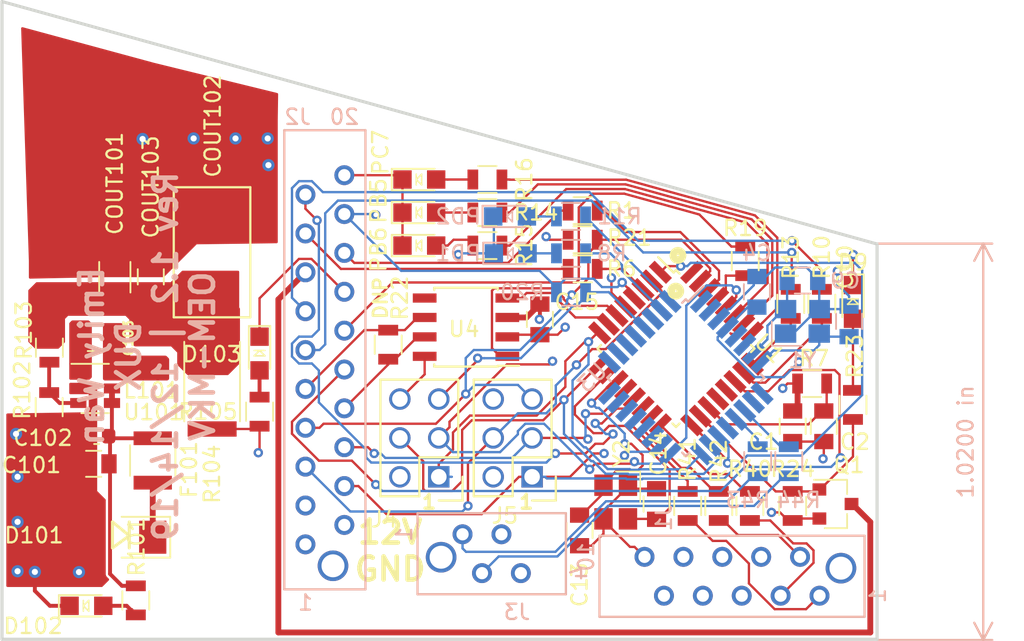
<source format=kicad_pcb>
(kicad_pcb (version 20171130) (host pcbnew 5.1.4-e60b266~84~ubuntu18.04.1)
  (layers (0 F.Cu signal) (1 In1.Cu signal hide) (2 In2.Cu signal hide) (31 B.Cu signal) (34 B.Paste user) (35 F.Paste user) (36 B.SilkS user) (37 F.SilkS user) (38 B.Mask user) (39 F.Mask user) (44 Edge.Cuts user))
  (net 0 "")
  (net 1 GND)
  (net 2 /12V)
  (net 3 VCC)
  (net 4 "Net-(C101-Pad1)")
  (net 5 "Net-(C103-Pad2)")
  (net 6 "Net-(C103-Pad1)")
  (net 7 "Net-(COUT101-Pad1)")
  (net 8 "Net-(D102-Pad2)")
  (net 9 "Net-(D103-Pad2)")
  (net 10 "Net-(R102-Pad1)")
  (net 11 "Net-(C2-Pad1)")
  (net 12 /XTAL1)
  (net 13 /XTAL2)
  (net 14 "Net-(C13-Pad1)")
  (net 15 "Net-(C14-Pad1)")
  (net 16 "Net-(D3-Pad2)")
  (net 17 "Net-(D4-Pad2)")
  (net 18 "Net-(D5-Pad2)")
  (net 19 "Net-(D6-Pad2)")
  (net 20 "Net-(D8-Pad2)")
  (net 21 "Net-(D9-Pad2)")
  (net 22 /Brake_LED)
  (net 23 /LV_LED)
  (net 24 /HV_LED)
  (net 25 /MOSI)
  (net 26 /RESET)
  (net 27 +12V)
  (net 28 /MISO)
  (net 29 /SCK)
  (net 30 /CANH)
  (net 31 /CANL)
  (net 32 /START_BTN)
  (net 33 /LED_START)
  (net 34 /LED_BMS)
  (net 35 /LED_IMD)
  (net 36 /RTD_LSD)
  (net 37 /RJLED1)
  (net 38 /RJLED2)
  (net 39 /STR_POT_SENSE)
  (net 40 /DATA_SPEED_LED_BAR)
  (net 41 /DATA_SOC_LED_BAR)
  (net 42 /MISO_2)
  (net 43 /SCK_2)
  (net 44 /MOSI_2)
  (net 45 /RESET_2)
  (net 46 "Net-(Q1-Pad1)")
  (net 47 "Net-(R1-Pad2)")
  (net 48 "Net-(R6-Pad2)")
  (net 49 "Net-(R8-Pad2)")
  (net 50 "Net-(R10-Pad2)")
  (net 51 "Net-(R11-Pad2)")
  (net 52 "Net-(R13-Pad2)")
  (net 53 "Net-(R14-Pad1)")
  (net 54 "Net-(R15-Pad1)")
  (net 55 "Net-(R16-Pad1)")
  (net 56 "Net-(R19-Pad1)")
  (net 57 "Net-(R40-Pad2)")
  (net 58 "Net-(R41-Pad2)")
  (net 59 "Net-(R42-Pad2)")
  (net 60 "Net-(R43-Pad2)")
  (net 61 "Net-(R44-Pad2)")
  (net 62 /TXCAN)
  (net 63 /RXCAN)
  (net 64 /CS)
  (net 65 "Net-(U1-Pad20)")
  (net 66 "Net-(U1-Pad21)")
  (net 67 "Net-(U1-Pad32)")
  (net 68 "Net-(U3-Pad1)")
  (net 69 "Net-(U3-Pad2)")
  (net 70 "Net-(U3-Pad5)")
  (net 71 "Net-(U3-Pad6)")
  (net 72 "Net-(U3-Pad9)")
  (net 73 "Net-(U3-Pad10)")
  (net 74 "Net-(U3-Pad13)")
  (net 75 "Net-(U3-Pad19)")
  (net 76 "Net-(U3-Pad20)")
  (net 77 "Net-(U3-Pad21)")
  (net 78 "Net-(U3-Pad22)")
  (net 79 "Net-(U3-Pad23)")
  (net 80 "Net-(U3-Pad24)")
  (net 81 "Net-(U3-Pad25)")
  (net 82 "Net-(U3-Pad26)")
  (net 83 "Net-(U3-Pad27)")
  (net 84 "Net-(U3-Pad28)")
  (net 85 "Net-(U3-Pad30)")
  (net 86 "Net-(U4-Pad5)")
  (module footprints:SOIC-8_3.9x4.9mm_Pitch1.27mm_OEM (layer F.Cu) (at 199.644 75.819 180)
    (fp_text reference U4 (at 0.127 -0.127) (layer F.SilkS))
    (fp_text value CAN_Transceiver hide)
    (pad 1 smd rect (at -2.7 -1.905 180) (size 1.55 0.6) (layers F.Cu F.Paste F.Mask) (net 62 /TXCAN))
    (pad 2 smd rect (at -2.7 -0.635 180) (size 1.55 0.6) (layers F.Cu F.Paste F.Mask) (net 1 GND))
    (pad 3 smd rect (at -2.7 0.635 180) (size 1.55 0.6) (layers F.Cu F.Paste F.Mask) (net 3 VCC))
    (pad 4 smd rect (at -2.7 1.905 180) (size 1.55 0.6) (layers F.Cu F.Paste F.Mask) (net 63 /RXCAN))
    (pad 5 smd rect (at 2.7 1.905 180) (size 1.55 0.6) (layers F.Cu F.Paste F.Mask) (net 86 "Net-(U4-Pad5)"))
    (pad 6 smd rect (at 2.7 0.635 180) (size 1.55 0.6) (layers F.Cu F.Paste F.Mask) (net 31 /CANL))
    (pad 7 smd rect (at 2.7 -0.635 180) (size 1.55 0.6) (layers F.Cu F.Paste F.Mask) (net 30 /CANH))
    (pad 8 smd rect (at 2.7 -1.905 180) (size 1.55 0.6) (layers F.Cu F.Paste F.Mask) (net 1 GND))
  )
  (module footprints:R_0805_OEM (layer F.Cu) (at 194.564 76.962 90)
    (fp_text reference R22 (at 3.048 0.762 90) (layer F.SilkS))
    (fp_text value R_120 hide)
    (pad 2 smd rect (at 0.95 0 90) (size 0.7 1.3) (layers F.Cu F.Paste F.Mask) (net 31 /CANL))
    (pad 1 smd rect (at -0.95 0 90) (size 0.7 1.3) (layers F.Cu F.Paste F.Mask) (net 30 /CANH))
  )
  (module footprints:TQFP-32_7x7mm_Pitch0.8mm (layer F.Cu) (at 213.36 77.216 315)
    (fp_text reference U1 (at 4.318 -4.318 135) (layer F.SilkS))
    (fp_text value ATMEGA16M1 hide)
    (pad 1 smd rect (at -4.25 -2.8 315) (size 1.6 0.55) (layers F.Cu F.Paste F.Mask) (net 28 /MISO))
    (pad 2 smd rect (at -4.25 -2 315) (size 1.6 0.55) (layers F.Cu F.Paste F.Mask) (net 25 /MOSI))
    (pad 3 smd rect (at -4.25 -1.2 315) (size 1.6 0.55) (layers F.Cu F.Paste F.Mask) (net 48 "Net-(R6-Pad2)"))
    (pad 4 smd rect (at -4.25 -0.4 315) (size 1.6 0.55) (layers F.Cu F.Paste F.Mask) (net 3 VCC))
    (pad 5 smd rect (at -4.25 0.4 315) (size 1.6 0.55) (layers F.Cu F.Paste F.Mask) (net 1 GND))
    (pad 6 smd rect (at -4.25 1.2 315) (size 1.6 0.55) (layers F.Cu F.Paste F.Mask) (net 62 /TXCAN))
    (pad 7 smd rect (at -4.25 2 315) (size 1.6 0.55) (layers F.Cu F.Paste F.Mask) (net 63 /RXCAN))
    (pad 8 smd rect (at -4.25 2.8 315) (size 1.6 0.55) (layers F.Cu F.Paste F.Mask) (net 42 /MISO_2))
    (pad 9 smd rect (at -2.8 4.25 45) (size 1.6 0.55) (layers F.Cu F.Paste F.Mask) (net 44 /MOSI_2))
    (pad 10 smd rect (at -2 4.25 45) (size 1.6 0.55) (layers F.Cu F.Paste F.Mask) (net 15 "Net-(C14-Pad1)"))
    (pad 11 smd rect (at -1.2 4.25 45) (size 1.6 0.55) (layers F.Cu F.Paste F.Mask) (net 14 "Net-(C13-Pad1)"))
    (pad 12 smd rect (at -0.4 4.25 45) (size 1.6 0.55) (layers F.Cu F.Paste F.Mask) (net 29 /SCK))
    (pad 13 smd rect (at 0.4 4.25 45) (size 1.6 0.55) (layers F.Cu F.Paste F.Mask) (net 39 /STR_POT_SENSE))
    (pad 14 smd rect (at 1.2 4.25 45) (size 1.6 0.55) (layers F.Cu F.Paste F.Mask) (net 58 "Net-(R41-Pad2)"))
    (pad 15 smd rect (at 2 4.25 45) (size 1.6 0.55) (layers F.Cu F.Paste F.Mask) (net 59 "Net-(R42-Pad2)"))
    (pad 16 smd rect (at 2.8 4.25 45) (size 1.6 0.55) (layers F.Cu F.Paste F.Mask) (net 57 "Net-(R40-Pad2)"))
    (pad 17 smd rect (at 4.25 2.8 315) (size 1.6 0.55) (layers F.Cu F.Paste F.Mask) (net 64 /CS))
    (pad 18 smd rect (at 4.25 2 315) (size 1.6 0.55) (layers F.Cu F.Paste F.Mask) (net 46 "Net-(Q1-Pad1)"))
    (pad 19 smd rect (at 4.25 1.2 315) (size 1.6 0.55) (layers F.Cu F.Paste F.Mask) (net 11 "Net-(C2-Pad1)"))
    (pad 20 smd rect (at 4.25 0.4 315) (size 1.6 0.55) (layers F.Cu F.Paste F.Mask) (net 65 "Net-(U1-Pad20)"))
    (pad 21 smd rect (at 4.25 -0.4 315) (size 1.6 0.55) (layers F.Cu F.Paste F.Mask) (net 66 "Net-(U1-Pad21)"))
    (pad 22 smd rect (at 4.25 -1.2 315) (size 1.6 0.55) (layers F.Cu F.Paste F.Mask) (net 32 /START_BTN))
    (pad 23 smd rect (at 4.25 -2 315) (size 1.6 0.55) (layers F.Cu F.Paste F.Mask) (net 50 "Net-(R10-Pad2)"))
    (pad 24 smd rect (at 4.25 -2.8 315) (size 1.6 0.55) (layers F.Cu F.Paste F.Mask) (net 52 "Net-(R13-Pad2)"))
    (pad 25 smd rect (at 2.8 -4.25 45) (size 1.6 0.55) (layers F.Cu F.Paste F.Mask) (net 55 "Net-(R16-Pad1)"))
    (pad 26 smd rect (at 2 -4.25 45) (size 1.6 0.55) (layers F.Cu F.Paste F.Mask) (net 53 "Net-(R14-Pad1)"))
    (pad 27 smd rect (at 1.2 -4.25 45) (size 1.6 0.55) (layers F.Cu F.Paste F.Mask) (net 54 "Net-(R15-Pad1)"))
    (pad 28 smd rect (at 0.4 -4.25 45) (size 1.6 0.55) (layers F.Cu F.Paste F.Mask) (net 43 /SCK_2))
    (pad 29 smd rect (at -0.4 -4.25 45) (size 1.6 0.55) (layers F.Cu F.Paste F.Mask) (net 56 "Net-(R19-Pad1)"))
    (pad 30 smd rect (at -1.2 -4.25 45) (size 1.6 0.55) (layers F.Cu F.Paste F.Mask) (net 47 "Net-(R1-Pad2)"))
    (pad 31 smd rect (at -2 -4.25 45) (size 1.6 0.55) (layers F.Cu F.Paste F.Mask) (net 26 /RESET))
    (pad 32 smd rect (at -2.8 -4.25 45) (size 1.6 0.55) (layers F.Cu F.Paste F.Mask) (net 67 "Net-(U1-Pad32)"))
  )
  (module footprints:Crystal_SMD_FA238 (layer F.Cu) (at 209.423 87.249 270)
    (fp_text reference Y2 (at -3.175 -0.381 90) (layer F.SilkS))
    (fp_text value Crystal_SMD hide)
    (pad 4 smd rect (at -1.1 -0.8 270) (size 1.4 1.2) (layers F.Cu F.Mask) (net 1 GND))
    (pad 3 smd rect (at 1.1 -0.8 270) (size 1.4 1.2) (layers F.Cu F.Mask) (net 15 "Net-(C14-Pad1)"))
    (pad 2 smd rect (at 1.1 0.8 270) (size 1.4 1.2) (layers F.Cu F.Mask) (net 1 GND))
    (pad 1 smd rect (at -1.1 0.8 270) (size 1.4 1.2) (layers F.Cu F.Mask) (net 14 "Net-(C13-Pad1)"))
  )
  (module footprints:micromatch_female_vert_20 (layer B.Cu) (at 189.1572 84.9346)
    (fp_text reference J2 (at -0.508 -22.86 180) (layer B.SilkS) (effects (justify mirror)))
    (fp_text value MM_F_VT_20 hide)
    (fp_text user 20 (at 2.54 -22.86 180) (layer B.SilkS) (effects (justify mirror)))
    (fp_text user 1 (at 0 8.89 180) (layer B.SilkS) (effects (justify mirror)))
    (pad 5 thru_hole circle (at 0 0) (size 1.3 1.3) (drill 0.8) (layers *.Cu *.Mask) (net 25 /MOSI))
    (pad 3 thru_hole circle (at 0 2.54) (size 1.3 1.3) (drill 0.8) (layers *.Cu *.Mask) (net 3 VCC))
    (pad 1 thru_hole circle (at 0 5.08) (size 1.3 1.3) (drill 0.8) (layers *.Cu *.Mask) (net 1 GND))
    (pad 7 thru_hole circle (at 0 -2.54) (size 1.3 1.3) (drill 0.8) (layers *.Cu *.Mask) (net 26 /RESET))
    (pad 2 thru_hole circle (at 2.54 3.81) (size 1.3 1.3) (drill 0.8) (layers *.Cu *.Mask) (net 27 +12V))
    (pad 4 thru_hole circle (at 2.54 1.27) (size 1.3 1.3) (drill 0.8) (layers *.Cu *.Mask) (net 28 /MISO))
    (pad 6 thru_hole circle (at 2.54 -1.27) (size 1.3 1.3) (drill 0.8) (layers *.Cu *.Mask) (net 29 /SCK))
    (pad 8 thru_hole circle (at 2.54 -3.81) (size 1.3 1.3) (drill 0.8) (layers *.Cu *.Mask) (net 30 /CANH))
    (pad 9 thru_hole circle (at 0 -5.08) (size 1.3 1.3) (drill 0.8) (layers *.Cu *.Mask) (net 31 /CANL))
    (pad 10 thru_hole circle (at 2.54 -6.35) (size 1.3 1.3) (drill 0.8) (layers *.Cu *.Mask) (net 32 /START_BTN))
    (pad 11 thru_hole circle (at 0 -7.62) (size 1.3 1.3) (drill 0.8) (layers *.Cu *.Mask) (net 33 /LED_START))
    (pad 12 thru_hole circle (at 2.54 -8.89) (size 1.3 1.3) (drill 0.8) (layers *.Cu *.Mask) (net 34 /LED_BMS))
    (pad 13 thru_hole circle (at 0 -10.16) (size 1.3 1.3) (drill 0.8) (layers *.Cu *.Mask) (net 35 /LED_IMD))
    (pad 14 thru_hole circle (at 2.54 -11.43) (size 1.3 1.3) (drill 0.8) (layers *.Cu *.Mask) (net 1 GND))
    (pad 15 thru_hole circle (at 0 -12.7) (size 1.3 1.3) (drill 0.8) (layers *.Cu *.Mask) (net 36 /RTD_LSD))
    (pad 16 thru_hole circle (at 2.54 -13.97) (size 1.3 1.3) (drill 0.8) (layers *.Cu *.Mask) (net 37 /RJLED1))
    (pad 17 thru_hole circle (at 0 -15.24) (size 1.3 1.3) (drill 0.8) (layers *.Cu *.Mask) (net 38 /RJLED2))
    (pad 18 thru_hole circle (at 2.54 -16.51) (size 1.3 1.3) (drill 0.8) (layers *.Cu *.Mask) (net 3 VCC))
    (pad 19 thru_hole circle (at 0 -17.78) (size 1.3 1.3) (drill 0.8) (layers *.Cu *.Mask) (net 39 /STR_POT_SENSE))
    (pad 20 thru_hole circle (at 2.54 -19.05) (size 1.3 1.3) (drill 0.8) (layers *.Cu *.Mask) (net 1 GND))
    (pad 21 thru_hole circle (at 1.8 6.48) (size 2 2) (drill 1.5) (layers *.Cu *.Mask))
  )
  (module footprints:R_0805_OEM (layer F.Cu) (at 217.8812 71.501 90)
    (fp_text reference R19 (at 2.159 0 180) (layer F.SilkS))
    (fp_text value R_200 hide)
    (pad 1 smd rect (at -0.95 0 90) (size 0.7 1.3) (layers F.Cu F.Paste F.Mask) (net 56 "Net-(R19-Pad1)"))
    (pad 2 smd rect (at 0.95 0 90) (size 0.7 1.3) (layers F.Cu F.Paste F.Mask) (net 34 /LED_BMS))
  )
  (module footprints:micromatch_female_vert_4 (layer B.Cu) (at 204.4984 89.3558 270)
    (fp_text reference J3 (at 5.08 1.524 180) (layer B.SilkS) (effects (justify mirror)))
    (fp_text value MM_F_VT_04 hide)
    (fp_text user 4 (at 2.54 -2.54 270) (layer B.SilkS) (effects (justify mirror)))
    (fp_text user 1 (at 0 8.89 270) (layer B.SilkS) (effects (justify mirror)))
    (pad 3 thru_hole circle (at 0 2.54 270) (size 1.3 1.3) (drill 0.8) (layers *.Cu *.Mask) (net 3 VCC))
    (pad 1 thru_hole circle (at 0 5.08 270) (size 1.3 1.3) (drill 0.8) (layers *.Cu *.Mask) (net 40 /DATA_SPEED_LED_BAR))
    (pad 2 thru_hole circle (at 2.54 3.81 270) (size 1.3 1.3) (drill 0.8) (layers *.Cu *.Mask) (net 41 /DATA_SOC_LED_BAR))
    (pad 4 thru_hole circle (at 2.54 1.27 270) (size 1.3 1.3) (drill 0.8) (layers *.Cu *.Mask) (net 1 GND))
    (pad 5 thru_hole circle (at 1.5 6.48 270) (size 2 2) (drill 1.5) (layers *.Cu *.Mask))
  )
  (module footprints:R_0805_OEM (layer B.Cu) (at 206.502 73.533)
    (fp_text reference R20 (at -3.175 0 180) (layer B.SilkS) (effects (justify mirror)))
    (fp_text value R_10K hide)
    (pad 1 smd rect (at -0.95 0) (size 0.7 1.3) (layers B.Cu B.Paste B.Mask) (net 3 VCC))
    (pad 2 smd rect (at 0.95 0) (size 0.7 1.3) (layers B.Cu B.Paste B.Mask) (net 45 /RESET_2))
  )
  (module footprints:Fuse_1812 (layer F.Cu) (at 183.0578 73.6727 90)
    (fp_text reference COUT102 (at 10.9957 0.049 90) (layer F.SilkS))
    (fp_text value C_33uF hide)
    (pad 1 smd rect (at 0 0 90) (size 1.78 3.5) (layers F.Cu F.Paste F.Mask) (net 7 "Net-(COUT101-Pad1)"))
    (pad 2 smd rect (at 5.28 0 90) (size 1.78 3.5) (layers F.Cu F.Paste F.Mask) (net 1 GND))
  )
  (module footprints:C_0805_OEM (layer F.Cu) (at 175.4378 76.5302)
    (fp_text reference C103 (at 2.159 0.0032 90) (layer F.SilkS) (effects (font (size 0.6 0.6))))
    (fp_text value C_0.1uF hide)
    (pad 2 smd rect (at 1 0) (size 1 1.25) (layers F.Cu F.Paste F.Mask) (net 5 "Net-(C103-Pad2)"))
    (pad 1 smd rect (at -1 0) (size 1 1.25) (layers F.Cu F.Paste F.Mask) (net 6 "Net-(C103-Pad1)"))
  )
  (module footprints:Fuse_1210 (layer F.Cu) (at 179.1843 84.5312 270)
    (fp_text reference F101 (at 0.5958 -2.3725 270) (layer F.SilkS))
    (fp_text value F_500mA_16V hide)
    (pad 2 smd rect (at 1.45 0 270) (size 0.9 2.5) (layers F.Cu F.Paste F.Mask) (net 2 /12V))
    (pad 1 smd rect (at -1.45 0 270) (size 0.9 2.5) (layers F.Cu F.Paste F.Mask) (net 4 "Net-(C101-Pad1)"))
  )
  (module footprints:L_100uH (layer F.Cu) (at 179.12334 77.0253 90)
    (fp_text reference L101 (at -2.9267 -0.01654 180) (layer F.SilkS))
    (fp_text value L_100uH hide)
    (pad 1 smd rect (at -1.6 0 90) (size 1.2 2) (layers F.Cu F.Paste F.Mask) (net 5 "Net-(C103-Pad2)"))
    (pad 2 smd rect (at 1.6 0 90) (size 1.2 2) (layers F.Cu F.Paste F.Mask) (net 7 "Net-(COUT101-Pad1)"))
  )
  (module footprints:R_0805_OEM (layer F.Cu) (at 172.43552 77.15758 270)
    (fp_text reference R103 (at -1.13538 1.67132 270) (layer F.SilkS))
    (fp_text value R_100K hide)
    (pad 1 smd rect (at -0.95 0 270) (size 0.7 1.3) (layers F.Cu F.Paste F.Mask) (net 7 "Net-(COUT101-Pad1)"))
    (pad 2 smd rect (at 0.95 0 270) (size 0.7 1.3) (layers F.Cu F.Paste F.Mask) (net 10 "Net-(R102-Pad1)"))
  )
  (module footprints:R_0805_OEM (layer F.Cu) (at 172.42028 81.04378 270)
    (fp_text reference R102 (at -1.10998 1.75768 270) (layer F.SilkS))
    (fp_text value R_25K hide)
    (pad 2 smd rect (at 0.95 0 270) (size 0.7 1.3) (layers F.Cu F.Paste F.Mask) (net 1 GND))
    (pad 1 smd rect (at -0.95 0 270) (size 0.7 1.3) (layers F.Cu F.Paste F.Mask) (net 10 "Net-(R102-Pad1)"))
  )
  (module footprints:R_0805_OEM (layer F.Cu) (at 186.1612 81.341 90)
    (fp_text reference R105 (at 0 -3.375) (layer F.SilkS))
    (fp_text value R_200 hide)
    (pad 1 smd rect (at -0.95 0 90) (size 0.7 1.3) (layers F.Cu F.Paste F.Mask) (net 3 VCC))
    (pad 2 smd rect (at 0.95 0 90) (size 0.7 1.3) (layers F.Cu F.Paste F.Mask) (net 9 "Net-(D103-Pad2)"))
  )
  (module footprints:R_2512_OEM (layer F.Cu) (at 183.06288 79.3738 270)
    (fp_text reference R104 (at 6.0532 0.00608 270) (layer F.SilkS))
    (fp_text value R_0_2512 hide)
    (pad 1 smd rect (at -3.1 0 270) (size 1 3.2) (layers F.Cu F.Paste F.Mask) (net 7 "Net-(COUT101-Pad1)"))
    (pad 2 smd rect (at 3.1 0 270) (size 1 3.2) (layers F.Cu F.Paste F.Mask) (net 3 VCC))
  )
  (module footprints:SOT-23-6_OEM (layer F.Cu) (at 175.4226 79.8244)
    (fp_text reference U101 (at 3.8092 1.5526 180) (layer F.SilkS))
    (fp_text value TPS560430YF hide)
    (pad 1 smd rect (at -1.1 -0.95) (size 1.06 0.65) (layers F.Cu F.Paste F.Mask) (net 6 "Net-(C103-Pad1)"))
    (pad 2 smd rect (at -1.1 0) (size 1.06 0.65) (layers F.Cu F.Paste F.Mask) (net 1 GND))
    (pad 3 smd rect (at -1.1 0.95) (size 1.06 0.65) (layers F.Cu F.Paste F.Mask) (net 10 "Net-(R102-Pad1)"))
    (pad 4 smd rect (at 1.1 0.95) (size 1.06 0.65) (layers F.Cu F.Paste F.Mask) (net 4 "Net-(C101-Pad1)"))
    (pad 6 smd rect (at 1.1 -0.95) (size 1.06 0.65) (layers F.Cu F.Paste F.Mask) (net 5 "Net-(C103-Pad2)"))
    (pad 5 smd rect (at 1.1 0) (size 1.06 0.65) (layers F.Cu F.Paste F.Mask) (net 4 "Net-(C101-Pad1)"))
  )
  (module footprints:C_1206_OEM (layer F.Cu) (at 176.7078 72.5537 90)
    (fp_text reference COUT101 (at 6.1267 -0.001 90) (layer F.SilkS))
    (fp_text value C_22uF hide)
    (pad 1 smd rect (at -1.5 0 90) (size 1 1.6) (layers F.Cu F.Paste F.Mask) (net 7 "Net-(COUT101-Pad1)"))
    (pad 2 smd rect (at 1.5 0 90) (size 1 1.6) (layers F.Cu F.Paste F.Mask) (net 1 GND))
  )
  (module footprints:C_0805_OEM (layer F.Cu) (at 179.0573 72.5297 90)
    (fp_text reference COUT103 (at 5.8777 -0.0005 90) (layer F.SilkS))
    (fp_text value C_47uF hide)
    (pad 1 smd rect (at -1 0 90) (size 1 1.25) (layers F.Cu F.Paste F.Mask) (net 7 "Net-(COUT101-Pad1)"))
    (pad 2 smd rect (at 1 0 90) (size 1 1.25) (layers F.Cu F.Paste F.Mask) (net 1 GND))
  )
  (module footprints:DO-214AA (layer F.Cu) (at 177.1523 89.5477 180)
    (fp_text reference D101 (at 5.7205 0.1207 180) (layer F.SilkS))
    (fp_text value D_Zener_18V hide)
    (pad 2 smd rect (at 2.032 0) (size 1.778 2.159) (layers F.Cu F.Paste F.Mask) (net 1 GND))
    (pad 1 smd rect (at -2.032 0) (size 1.778 2.159) (layers F.Cu F.Paste F.Mask) (net 2 /12V))
  )
  (module footprints:LED_0805_OEM (layer F.Cu) (at 186.1612 77.541 270)
    (fp_text reference D103 (at 0.05 3.1 180) (layer F.SilkS))
    (fp_text value LED_0805 hide)
    (pad 2 smd rect (at 1.1 0 90) (size 1.2 1.2) (layers F.Cu F.Paste F.Mask) (net 9 "Net-(D103-Pad2)"))
    (pad 1 smd rect (at -1.1 0 90) (size 1.2 1.2) (layers F.Cu F.Paste F.Mask) (net 1 GND))
  )
  (module footprints:LED_0805_OEM (layer F.Cu) (at 174.8536 94.0308)
    (fp_text reference D102 (at -3.4798 1.3208) (layer F.SilkS))
    (fp_text value LED_0805 hide)
    (pad 2 smd rect (at 1.1 0 180) (size 1.2 1.2) (layers F.Cu F.Paste F.Mask) (net 8 "Net-(D102-Pad2)"))
    (pad 1 smd rect (at -1.1 0 180) (size 1.2 1.2) (layers F.Cu F.Paste F.Mask) (net 1 GND))
  )
  (module footprints:R_0805_OEM (layer F.Cu) (at 178.0794 93.6752 270)
    (fp_text reference R101 (at -3.5 -0.05 270) (layer F.SilkS))
    (fp_text value R_200 hide)
    (pad 1 smd rect (at -0.95 0 270) (size 0.7 1.3) (layers F.Cu F.Paste F.Mask) (net 4 "Net-(C101-Pad1)"))
    (pad 2 smd rect (at 0.95 0 270) (size 0.7 1.3) (layers F.Cu F.Paste F.Mask) (net 8 "Net-(D102-Pad2)"))
  )
  (module footprints:C_0805_OEM (layer F.Cu) (at 175.3268 84.74964 180)
    (fp_text reference C101 (at 4.064 -0.08636) (layer F.SilkS))
    (fp_text value C_0.1uF hide)
    (pad 2 smd rect (at 1 0 180) (size 1 1.25) (layers F.Cu F.Paste F.Mask) (net 1 GND))
    (pad 1 smd rect (at -1 0 180) (size 1 1.25) (layers F.Cu F.Paste F.Mask) (net 4 "Net-(C101-Pad1)"))
  )
  (module footprints:C_0603_1608Metric (layer F.Cu) (at 175.5173 82.9437 180)
    (fp_text reference C102 (at 3.5085 -0.1143) (layer F.SilkS))
    (fp_text value C_2.2uF)
    (pad 1 smd roundrect (at -0.7875 0 180) (size 0.875 0.95) (layers F.Cu F.Paste F.Mask) (net 4 "Net-(C101-Pad1)"))
    (pad 2 smd roundrect (at 0.7875 0 180) (size 0.875 0.95) (layers F.Cu F.Paste F.Mask) (net 1 GND))
  )
  (module footprints:C_0805_OEM (layer F.Cu) (at 220.98 82.296 270)
    (fp_text reference C1 (at 1.016 1.905 180) (layer F.SilkS))
    (fp_text value C_0.1uF hide)
    (pad 1 smd rect (at -1 0 270) (size 1 1.25) (layers F.Cu F.Paste F.Mask) (net 3 VCC))
    (pad 2 smd rect (at 1 0 270) (size 1 1.25) (layers F.Cu F.Paste F.Mask) (net 1 GND))
  )
  (module footprints:C_0805_OEM (layer F.Cu) (at 223.012 82.296 270)
    (fp_text reference C2 (at 1.016 -2.032 180) (layer F.SilkS))
    (fp_text value C_100pF hide)
    (pad 1 smd rect (at -1 0 270) (size 1 1.25) (layers F.Cu F.Paste F.Mask) (net 11 "Net-(C2-Pad1)"))
    (pad 2 smd rect (at 1 0 270) (size 1 1.25) (layers F.Cu F.Paste F.Mask) (net 1 GND))
  )
  (module footprints:C_0805_OEM (layer B.Cu) (at 218.6432 73.5076 90)
    (fp_text reference C4 (at 2.54 0 180) (layer B.SilkS) (effects (justify mirror)))
    (fp_text value C_0.1uF hide)
    (pad 2 smd rect (at 1 0 90) (size 1 1.25) (layers B.Cu B.Paste B.Mask) (net 1 GND))
    (pad 1 smd rect (at -1 0 90) (size 1 1.25) (layers B.Cu B.Paste B.Mask) (net 3 VCC))
  )
  (module footprints:C_0805_OEM (layer B.Cu) (at 221.615 72.771)
    (fp_text reference C9 (at 2.794 0 180) (layer B.SilkS) (effects (justify mirror)))
    (fp_text value C_30pF hide)
    (pad 2 smd rect (at 1 0) (size 1 1.25) (layers B.Cu B.Paste B.Mask) (net 1 GND))
    (pad 1 smd rect (at -1 0) (size 1 1.25) (layers B.Cu B.Paste B.Mask) (net 12 /XTAL1))
  )
  (module footprints:C_0805_OEM (layer B.Cu) (at 224.663 75.438 90)
    (fp_text reference C10 (at 3.556 -0.254 270) (layer F.SilkS))
    (fp_text value C_30pF hide)
    (pad 1 smd rect (at -1 0 90) (size 1 1.25) (layers B.Cu B.Paste B.Mask) (net 13 /XTAL2))
    (pad 2 smd rect (at 1 0 90) (size 1 1.25) (layers B.Cu B.Paste B.Mask) (net 1 GND))
  )
  (module footprints:C_0805_OEM (layer F.Cu) (at 207.0608 89.1032 270)
    (fp_text reference C13 (at 3.556 0 90) (layer F.SilkS))
    (fp_text value C_30pF hide)
    (pad 2 smd rect (at 1 0 270) (size 1 1.25) (layers F.Cu F.Paste F.Mask) (net 1 GND))
    (pad 1 smd rect (at -1 0 270) (size 1 1.25) (layers F.Cu F.Paste F.Mask) (net 14 "Net-(C13-Pad1)"))
  )
  (module footprints:C_0805_OEM (layer F.Cu) (at 212.09 87.376 90)
    (fp_text reference C14 (at 3.302 0.127 90) (layer F.SilkS))
    (fp_text value C_30pF hide)
    (pad 1 smd rect (at -1 0 90) (size 1 1.25) (layers F.Cu F.Paste F.Mask) (net 15 "Net-(C14-Pad1)"))
    (pad 2 smd rect (at 1 0 90) (size 1 1.25) (layers F.Cu F.Paste F.Mask) (net 1 GND))
  )
  (module footprints:C_0805_OEM (layer F.Cu) (at 204.47 75.311 270)
    (fp_text reference C15 (at -1.143 -2.413 180) (layer F.SilkS))
    (fp_text value C_0.1uF hide)
    (pad 1 smd rect (at -1 0 270) (size 1 1.25) (layers F.Cu F.Paste F.Mask) (net 3 VCC))
    (pad 2 smd rect (at 1 0 270) (size 1 1.25) (layers F.Cu F.Paste F.Mask) (net 1 GND))
  )
  (module footprints:LED_0805_OEM (layer B.Cu) (at 202.565 70.993)
    (fp_text reference PD1 (at -3.429 0 180) (layer B.SilkS) (effects (justify mirror)))
    (fp_text value LED hide)
    (pad 1 smd rect (at -1.1 0 180) (size 1.2 1.2) (layers B.Cu B.Paste B.Mask) (net 1 GND))
    (pad 2 smd rect (at 1.1 0 180) (size 1.2 1.2) (layers B.Cu B.Paste B.Mask) (net 16 "Net-(D3-Pad2)"))
  )
  (module footprints:LED_0805_OEM (layer B.Cu) (at 202.522 68.58)
    (fp_text reference PD2 (at -3.386 0 180) (layer B.SilkS) (effects (justify mirror)))
    (fp_text value LED hide)
    (pad 2 smd rect (at 1.1 0 180) (size 1.2 1.2) (layers B.Cu B.Paste B.Mask) (net 17 "Net-(D4-Pad2)"))
    (pad 1 smd rect (at -1.1 0 180) (size 1.2 1.2) (layers B.Cu B.Paste B.Mask) (net 1 GND))
  )
  (module footprints:LED_0805_OEM (layer F.Cu) (at 196.596 68.326)
    (fp_text reference PB5 (at -2.667 -0.762 270) (layer F.SilkS))
    (fp_text value LED hide)
    (pad 2 smd rect (at 1.1 0 180) (size 1.2 1.2) (layers F.Cu F.Paste F.Mask) (net 18 "Net-(D5-Pad2)"))
    (pad 1 smd rect (at -1.1 0 180) (size 1.2 1.2) (layers F.Cu F.Paste F.Mask) (net 1 GND))
  )
  (module footprints:LED_0805_OEM (layer F.Cu) (at 196.596 70.485)
    (fp_text reference PB6 (at -2.667 0.254 90) (layer F.SilkS))
    (fp_text value LED hide)
    (pad 1 smd rect (at -1.1 0 180) (size 1.2 1.2) (layers F.Cu F.Paste F.Mask) (net 1 GND))
    (pad 2 smd rect (at 1.1 0 180) (size 1.2 1.2) (layers F.Cu F.Paste F.Mask) (net 19 "Net-(D6-Pad2)"))
  )
  (module footprints:LED_0805_OEM (layer F.Cu) (at 196.596 66.167)
    (fp_text reference PC7 (at -2.54 -1.778 90) (layer F.SilkS))
    (fp_text value LED hide)
    (pad 1 smd rect (at -1.1 0 180) (size 1.2 1.2) (layers F.Cu F.Paste F.Mask) (net 1 GND))
    (pad 2 smd rect (at 1.1 0 180) (size 1.2 1.2) (layers F.Cu F.Paste F.Mask) (net 20 "Net-(D8-Pad2)"))
  )
  (module footprints:LED_0805_OEM (layer F.Cu) (at 224.917 74.168 270)
    (fp_text reference D9 (at -2.583 0 180) (layer F.SilkS))
    (fp_text value LED hide)
    (pad 1 smd rect (at -1.1 0 90) (size 1.2 1.2) (layers F.Cu F.Paste F.Mask) (net 1 GND))
    (pad 2 smd rect (at 1.1 0 90) (size 1.2 1.2) (layers F.Cu F.Paste F.Mask) (net 21 "Net-(D9-Pad2)"))
  )
  (module footprints:micromatch_female_vert_10 (layer B.Cu) (at 217.0176 92.1004 90)
    (fp_text reference J1 (at 3.81 -4.445 270) (layer B.SilkS) (effects (justify mirror)))
    (fp_text value MM_F_VT_10 hide)
    (fp_text user 10 (at 1.27 -9.525 270) (layer B.SilkS) (effects (justify mirror)))
    (fp_text user 1 (at -1.27 9.525 270) (layer B.SilkS) (effects (justify mirror)))
    (pad 5 thru_hole circle (at -1.27 0.635 90) (size 1.3 1.3) (drill 0.8) (layers *.Cu *.Mask) (net 1 GND))
    (pad 3 thru_hole circle (at -1.27 3.175 90) (size 1.3 1.3) (drill 0.8) (layers *.Cu *.Mask) (net 22 /Brake_LED))
    (pad 1 thru_hole circle (at -1.27 5.715 90) (size 1.3 1.3) (drill 0.8) (layers *.Cu *.Mask) (net 23 /LV_LED))
    (pad 7 thru_hole circle (at -1.27 -1.905 90) (size 1.3 1.3) (drill 0.8) (layers *.Cu *.Mask) (net 1 GND))
    (pad 2 thru_hole circle (at 1.27 4.445 90) (size 1.3 1.3) (drill 0.8) (layers *.Cu *.Mask) (net 24 /HV_LED))
    (pad 4 thru_hole circle (at 1.27 1.905 90) (size 1.3 1.3) (drill 0.8) (layers *.Cu *.Mask) (net 1 GND))
    (pad 6 thru_hole circle (at 1.27 -0.635 90) (size 1.3 1.3) (drill 0.8) (layers *.Cu *.Mask) (net 1 GND))
    (pad 8 thru_hole circle (at 1.27 -3.175 90) (size 1.3 1.3) (drill 0.8) (layers *.Cu *.Mask) (net 1 GND))
    (pad 9 thru_hole circle (at -1.27 -4.445 90) (size 1.3 1.3) (drill 0.8) (layers *.Cu *.Mask) (net 1 GND))
    (pad 10 thru_hole circle (at 1.27 -5.715 90) (size 1.3 1.3) (drill 0.8) (layers *.Cu *.Mask) (net 1 GND))
    (pad 11 thru_hole circle (at 0.53 7.115 90) (size 2 2) (drill 1.5) (layers *.Cu *.Mask))
  )
  (module footprints:Pin_Header_Straight_2x03 (layer F.Cu) (at 197.866 85.598 180)
    (fp_text reference J4 (at 3.556 -2.794) (layer F.SilkS))
    (fp_text value CONN_02X03 hide)
    (pad 1 thru_hole rect (at 0 0 180) (size 1.4 1.4) (drill 1.016) (layers *.Cu *.Mask) (net 42 /MISO_2))
    (pad 2 thru_hole circle (at 2.54 0 180) (size 1.4 1.4) (drill 1.016) (layers *.Cu *.Mask) (net 3 VCC))
    (pad 3 thru_hole circle (at 0 2.54 180) (size 1.4 1.4) (drill 1.016) (layers *.Cu *.Mask) (net 43 /SCK_2))
    (pad 4 thru_hole circle (at 2.54 2.54 180) (size 1.4 1.4) (drill 1.016) (layers *.Cu *.Mask) (net 44 /MOSI_2))
    (pad 5 thru_hole circle (at 0 5.08 180) (size 1.4 1.4) (drill 1.016) (layers *.Cu *.Mask) (net 45 /RESET_2))
    (pad 6 thru_hole circle (at 2.54 5.08 180) (size 1.4 1.4) (drill 1.016) (layers *.Cu *.Mask) (net 1 GND))
  )
  (module footprints:Pin_Header_Straight_2x03 (layer F.Cu) (at 203.962 85.598 180)
    (fp_text reference J5 (at 1.778 -2.54) (layer F.SilkS))
    (fp_text value CONN_02X03 hide)
    (pad 6 thru_hole circle (at 2.54 5.08 180) (size 1.4 1.4) (drill 1.016) (layers *.Cu *.Mask) (net 1 GND))
    (pad 5 thru_hole circle (at 0 5.08 180) (size 1.4 1.4) (drill 1.016) (layers *.Cu *.Mask) (net 26 /RESET))
    (pad 4 thru_hole circle (at 2.54 2.54 180) (size 1.4 1.4) (drill 1.016) (layers *.Cu *.Mask) (net 25 /MOSI))
    (pad 3 thru_hole circle (at 0 2.54 180) (size 1.4 1.4) (drill 1.016) (layers *.Cu *.Mask) (net 29 /SCK))
    (pad 2 thru_hole circle (at 2.54 0 180) (size 1.4 1.4) (drill 1.016) (layers *.Cu *.Mask) (net 3 VCC))
    (pad 1 thru_hole rect (at 0 0 180) (size 1.4 1.4) (drill 1.016) (layers *.Cu *.Mask) (net 28 /MISO))
  )
  (module footprints:SOT-23F (layer F.Cu) (at 223.774 87.376)
    (fp_text reference Q1 (at 0.889 -2.54) (layer F.SilkS))
    (fp_text value SSM3K333R hide)
    (pad 1 smd rect (at -1.05 -0.95) (size 0.9 0.8) (layers F.Cu F.Paste F.Mask) (net 46 "Net-(Q1-Pad1)"))
    (pad 2 smd rect (at -1.05 0.95) (size 0.9 0.8) (layers F.Cu F.Paste F.Mask) (net 1 GND))
    (pad 3 smd rect (at 1.05 0) (size 0.9 0.8) (layers F.Cu F.Paste F.Mask) (net 36 /RTD_LSD))
  )
  (module footprints:R_0805_OEM (layer F.Cu) (at 207.264 68.199)
    (fp_text reference R1 (at 2.54 0) (layer F.SilkS))
    (fp_text value R_200 hide)
    (pad 2 smd rect (at 0.95 0) (size 0.7 1.3) (layers F.Cu F.Paste F.Mask) (net 47 "Net-(R1-Pad2)"))
    (pad 1 smd rect (at -0.95 0) (size 0.7 1.3) (layers F.Cu F.Paste F.Mask) (net 37 /RJLED1))
  )
  (module footprints:R_0805_OEM (layer F.Cu) (at 207.264 72.009)
    (fp_text reference R6 (at 2.54 0) (layer F.SilkS))
    (fp_text value R_200 hide)
    (pad 1 smd rect (at -0.95 0) (size 0.7 1.3) (layers F.Cu F.Paste F.Mask) (net 38 /RJLED2))
    (pad 2 smd rect (at 0.95 0) (size 0.7 1.3) (layers F.Cu F.Paste F.Mask) (net 48 "Net-(R6-Pad2)"))
  )
  (module footprints:R_0805_OEM (layer F.Cu) (at 222.25 79.502)
    (fp_text reference R7 (at 0.127 -1.651 180) (layer F.SilkS))
    (fp_text value R_100 hide)
    (pad 1 smd rect (at -0.95 0) (size 0.7 1.3) (layers F.Cu F.Paste F.Mask) (net 3 VCC))
    (pad 2 smd rect (at 0.95 0) (size 0.7 1.3) (layers F.Cu F.Paste F.Mask) (net 11 "Net-(C2-Pad1)"))
  )
  (module footprints:R_0805_OEM (layer B.Cu) (at 206.502 70.993)
    (fp_text reference R8 (at 2.667 0 180) (layer B.SilkS) (effects (justify mirror)))
    (fp_text value R_200 hide)
    (pad 1 smd rect (at -0.95 0) (size 0.7 1.3) (layers B.Cu B.Paste B.Mask) (net 16 "Net-(D3-Pad2)"))
    (pad 2 smd rect (at 0.95 0) (size 0.7 1.3) (layers B.Cu B.Paste B.Mask) (net 49 "Net-(R8-Pad2)"))
  )
  (module footprints:R_0805_OEM (layer F.Cu) (at 222.885 74.295 270)
    (fp_text reference R10 (at -3.048 0 90) (layer F.SilkS))
    (fp_text value R_200 hide)
    (pad 1 smd rect (at -0.95 0 270) (size 0.7 1.3) (layers F.Cu F.Paste F.Mask) (net 35 /LED_IMD))
    (pad 2 smd rect (at 0.95 0 270) (size 0.7 1.3) (layers F.Cu F.Paste F.Mask) (net 50 "Net-(R10-Pad2)"))
  )
  (module footprints:R_0805_OEM (layer B.Cu) (at 206.502 68.58)
    (fp_text reference R11 (at 3.175 0) (layer B.SilkS) (effects (justify mirror)))
    (fp_text value R_200 hide)
    (pad 2 smd rect (at 0.95 0) (size 0.7 1.3) (layers B.Cu B.Paste B.Mask) (net 51 "Net-(R11-Pad2)"))
    (pad 1 smd rect (at -0.95 0) (size 0.7 1.3) (layers B.Cu B.Paste B.Mask) (net 17 "Net-(D4-Pad2)"))
  )
  (module footprints:R_0805_OEM (layer F.Cu) (at 220.853 74.295 270)
    (fp_text reference R13 (at -3.048 0 90) (layer F.SilkS))
    (fp_text value R_200 hide)
    (pad 1 smd rect (at -0.95 0 270) (size 0.7 1.3) (layers F.Cu F.Paste F.Mask) (net 33 /LED_START))
    (pad 2 smd rect (at 0.95 0 270) (size 0.7 1.3) (layers F.Cu F.Paste F.Mask) (net 52 "Net-(R13-Pad2)"))
  )
  (module footprints:R_0805_OEM (layer F.Cu) (at 201.041 68.326 180)
    (fp_text reference R14 (at -3.175 0 180) (layer F.SilkS))
    (fp_text value R_200 hide)
    (pad 1 smd rect (at -0.95 0 180) (size 0.7 1.3) (layers F.Cu F.Paste F.Mask) (net 53 "Net-(R14-Pad1)"))
    (pad 2 smd rect (at 0.95 0 180) (size 0.7 1.3) (layers F.Cu F.Paste F.Mask) (net 18 "Net-(D5-Pad2)"))
  )
  (module footprints:R_0805_OEM (layer F.Cu) (at 201.041 70.485 180)
    (fp_text reference R15 (at -2.413 0 90) (layer F.SilkS))
    (fp_text value R_200 hide)
    (pad 2 smd rect (at 0.95 0 180) (size 0.7 1.3) (layers F.Cu F.Paste F.Mask) (net 19 "Net-(D6-Pad2)"))
    (pad 1 smd rect (at -0.95 0 180) (size 0.7 1.3) (layers F.Cu F.Paste F.Mask) (net 54 "Net-(R15-Pad1)"))
  )
  (module footprints:R_0805_OEM (layer F.Cu) (at 201.041 66.167 180)
    (fp_text reference R16 (at -2.413 0 90) (layer F.SilkS))
    (fp_text value R_200 hide)
    (pad 2 smd rect (at 0.95 0 180) (size 0.7 1.3) (layers F.Cu F.Paste F.Mask) (net 20 "Net-(D8-Pad2)"))
    (pad 1 smd rect (at -0.95 0 180) (size 0.7 1.3) (layers F.Cu F.Paste F.Mask) (net 55 "Net-(R16-Pad1)"))
  )
  (module footprints:R_0805_OEM (layer F.Cu) (at 207.264 70.104 180)
    (fp_text reference R21 (at -3.048 0.127) (layer F.SilkS))
    (fp_text value R_10k hide)
    (pad 1 smd rect (at -0.95 0 180) (size 0.7 1.3) (layers F.Cu F.Paste F.Mask) (net 26 /RESET))
    (pad 2 smd rect (at 0.95 0 180) (size 0.7 1.3) (layers F.Cu F.Paste F.Mask) (net 3 VCC))
  )
  (module footprints:R_0805_OEM (layer F.Cu) (at 224.917 80.899 90)
    (fp_text reference R23 (at 3.175 0.127 270) (layer F.SilkS))
    (fp_text value R_200 hide)
    (pad 2 smd rect (at 0.95 0 90) (size 0.7 1.3) (layers F.Cu F.Paste F.Mask) (net 21 "Net-(D9-Pad2)"))
    (pad 1 smd rect (at -0.95 0 90) (size 0.7 1.3) (layers F.Cu F.Paste F.Mask) (net 46 "Net-(Q1-Pad1)"))
  )
  (module footprints:R_0805_OEM (layer F.Cu) (at 220.98 87.503 270)
    (fp_text reference R24 (at -2.413 0 180) (layer F.SilkS))
    (fp_text value R_100k hide)
    (pad 2 smd rect (at 0.95 0 270) (size 0.7 1.3) (layers F.Cu F.Paste F.Mask) (net 1 GND))
    (pad 1 smd rect (at -0.95 0 270) (size 0.7 1.3) (layers F.Cu F.Paste F.Mask) (net 46 "Net-(Q1-Pad1)"))
  )
  (module footprints:R_0805_OEM (layer F.Cu) (at 218.186 87.503 90)
    (fp_text reference R40 (at 2.413 0 180) (layer F.SilkS))
    (fp_text value R_200 hide)
    (pad 2 smd rect (at 0.95 0 90) (size 0.7 1.3) (layers F.Cu F.Paste F.Mask) (net 57 "Net-(R40-Pad2)"))
    (pad 1 smd rect (at -0.95 0 90) (size 0.7 1.3) (layers F.Cu F.Paste F.Mask) (net 22 /Brake_LED))
  )
  (module footprints:R_0805_OEM (layer F.Cu) (at 214.122 87.503 90)
    (fp_text reference R41 (at 3.048 0 90) (layer F.SilkS))
    (fp_text value R_200 hide)
    (pad 2 smd rect (at 0.95 0 90) (size 0.7 1.3) (layers F.Cu F.Paste F.Mask) (net 58 "Net-(R41-Pad2)"))
    (pad 1 smd rect (at -0.95 0 90) (size 0.7 1.3) (layers F.Cu F.Paste F.Mask) (net 23 /LV_LED))
  )
  (module footprints:R_0805_OEM (layer F.Cu) (at 216.154 87.503 90)
    (fp_text reference R42 (at 2.921 0 90) (layer F.SilkS))
    (fp_text value R_200 hide)
    (pad 2 smd rect (at 0.95 0 90) (size 0.7 1.3) (layers F.Cu F.Paste F.Mask) (net 59 "Net-(R42-Pad2)"))
    (pad 1 smd rect (at -0.95 0 90) (size 0.7 1.3) (layers F.Cu F.Paste F.Mask) (net 24 /HV_LED))
  )
  (module footprints:R_0805_OEM (layer B.Cu) (at 218.694 84.582 90)
    (fp_text reference R43 (at -2.54 -0.635 180) (layer B.SilkS) (effects (justify mirror)))
    (fp_text value R_475 hide)
    (pad 2 smd rect (at 0.95 0 90) (size 0.7 1.3) (layers B.Cu B.Paste B.Mask) (net 60 "Net-(R43-Pad2)"))
    (pad 1 smd rect (at -0.95 0 90) (size 0.7 1.3) (layers B.Cu B.Paste B.Mask) (net 40 /DATA_SPEED_LED_BAR))
  )
  (module footprints:R_0805_OEM (layer B.Cu) (at 220.726 84.582 90)
    (fp_text reference R44 (at -2.54 0.635 180) (layer B.SilkS) (effects (justify mirror)))
    (fp_text value R_475 hide)
    (pad 1 smd rect (at -0.95 0 90) (size 0.7 1.3) (layers B.Cu B.Paste B.Mask) (net 41 /DATA_SOC_LED_BAR))
    (pad 2 smd rect (at 0.95 0 90) (size 0.7 1.3) (layers B.Cu B.Paste B.Mask) (net 61 "Net-(R44-Pad2)"))
  )
  (module Package_QFP:TQFP-32_7x7mm_P0.8mm (layer B.Cu) (at 213.995 79.121 225)
    (fp_text reference U3 (at 4.318 4.318 45) (layer B.SilkS) (effects (justify mirror)))
    (fp_text value ATmega328P-AU)
    (pad 1 smd rect (at -4.25 2.8 225) (size 1.6 0.55) (layers B.Cu B.Paste B.Mask) (net 68 "Net-(U3-Pad1)"))
    (pad 2 smd rect (at -4.25 2 225) (size 1.6 0.55) (layers B.Cu B.Paste B.Mask) (net 69 "Net-(U3-Pad2)"))
    (pad 3 smd rect (at -4.25 1.2 225) (size 1.6 0.55) (layers B.Cu B.Paste B.Mask) (net 1 GND))
    (pad 4 smd rect (at -4.25 0.4 225) (size 1.6 0.55) (layers B.Cu B.Paste B.Mask) (net 3 VCC))
    (pad 5 smd rect (at -4.25 -0.4 225) (size 1.6 0.55) (layers B.Cu B.Paste B.Mask) (net 70 "Net-(U3-Pad5)"))
    (pad 6 smd rect (at -4.25 -1.2 225) (size 1.6 0.55) (layers B.Cu B.Paste B.Mask) (net 71 "Net-(U3-Pad6)"))
    (pad 7 smd rect (at -4.25 -2 225) (size 1.6 0.55) (layers B.Cu B.Paste B.Mask) (net 12 /XTAL1))
    (pad 8 smd rect (at -4.25 -2.8 225) (size 1.6 0.55) (layers B.Cu B.Paste B.Mask) (net 13 /XTAL2))
    (pad 9 smd rect (at -2.8 -4.25 135) (size 1.6 0.55) (layers B.Cu B.Paste B.Mask) (net 72 "Net-(U3-Pad9)"))
    (pad 10 smd rect (at -2 -4.25 135) (size 1.6 0.55) (layers B.Cu B.Paste B.Mask) (net 73 "Net-(U3-Pad10)"))
    (pad 11 smd rect (at -1.2 -4.25 135) (size 1.6 0.55) (layers B.Cu B.Paste B.Mask) (net 61 "Net-(R44-Pad2)"))
    (pad 12 smd rect (at -0.4 -4.25 135) (size 1.6 0.55) (layers B.Cu B.Paste B.Mask) (net 60 "Net-(R43-Pad2)"))
    (pad 13 smd rect (at 0.4 -4.25 135) (size 1.6 0.55) (layers B.Cu B.Paste B.Mask) (net 74 "Net-(U3-Pad13)"))
    (pad 14 smd rect (at 1.2 -4.25 135) (size 1.6 0.55) (layers B.Cu B.Paste B.Mask) (net 64 /CS))
    (pad 15 smd rect (at 2 -4.25 135) (size 1.6 0.55) (layers B.Cu B.Paste B.Mask) (net 44 /MOSI_2))
    (pad 16 smd rect (at 2.8 -4.25 135) (size 1.6 0.55) (layers B.Cu B.Paste B.Mask) (net 42 /MISO_2))
    (pad 17 smd rect (at 4.25 -2.8 225) (size 1.6 0.55) (layers B.Cu B.Paste B.Mask) (net 43 /SCK_2))
    (pad 18 smd rect (at 4.25 -2 225) (size 1.6 0.55) (layers B.Cu B.Paste B.Mask) (net 3 VCC))
    (pad 19 smd rect (at 4.25 -1.2 225) (size 1.6 0.55) (layers B.Cu B.Paste B.Mask) (net 75 "Net-(U3-Pad19)"))
    (pad 20 smd rect (at 4.25 -0.4 225) (size 1.6 0.55) (layers B.Cu B.Paste B.Mask) (net 76 "Net-(U3-Pad20)"))
    (pad 21 smd rect (at 4.25 0.4 225) (size 1.6 0.55) (layers B.Cu B.Paste B.Mask) (net 77 "Net-(U3-Pad21)"))
    (pad 22 smd rect (at 4.25 1.2 225) (size 1.6 0.55) (layers B.Cu B.Paste B.Mask) (net 78 "Net-(U3-Pad22)"))
    (pad 23 smd rect (at 4.25 2 225) (size 1.6 0.55) (layers B.Cu B.Paste B.Mask) (net 79 "Net-(U3-Pad23)"))
    (pad 24 smd rect (at 4.25 2.8 225) (size 1.6 0.55) (layers B.Cu B.Paste B.Mask) (net 80 "Net-(U3-Pad24)"))
    (pad 25 smd rect (at 2.8 4.25 135) (size 1.6 0.55) (layers B.Cu B.Paste B.Mask) (net 81 "Net-(U3-Pad25)"))
    (pad 26 smd rect (at 2 4.25 135) (size 1.6 0.55) (layers B.Cu B.Paste B.Mask) (net 82 "Net-(U3-Pad26)"))
    (pad 27 smd rect (at 1.2 4.25 135) (size 1.6 0.55) (layers B.Cu B.Paste B.Mask) (net 83 "Net-(U3-Pad27)"))
    (pad 28 smd rect (at 0.4 4.25 135) (size 1.6 0.55) (layers B.Cu B.Paste B.Mask) (net 84 "Net-(U3-Pad28)"))
    (pad 29 smd rect (at -0.4 4.25 135) (size 1.6 0.55) (layers B.Cu B.Paste B.Mask) (net 45 /RESET_2))
    (pad 30 smd rect (at -1.2 4.25 135) (size 1.6 0.55) (layers B.Cu B.Paste B.Mask) (net 85 "Net-(U3-Pad30)"))
    (pad 31 smd rect (at -2 4.25 135) (size 1.6 0.55) (layers B.Cu B.Paste B.Mask) (net 49 "Net-(R8-Pad2)"))
    (pad 32 smd rect (at -2.8 4.25 135) (size 1.6 0.55) (layers B.Cu B.Paste B.Mask) (net 51 "Net-(R11-Pad2)"))
  )
  (module footprints:Crystal_SMD_FA238 (layer B.Cu) (at 221.615 75.438)
    (fp_text reference Y1 (at 0 2.54 180) (layer B.SilkS) (effects (justify mirror)))
    (fp_text value Crystal_SMD hide)
    (pad 1 smd rect (at -1.1 -0.8) (size 1.4 1.2) (layers B.Cu B.Mask) (net 12 /XTAL1))
    (pad 2 smd rect (at 1.1 -0.8) (size 1.4 1.2) (layers B.Cu B.Mask) (net 1 GND))
    (pad 3 smd rect (at 1.1 0.8) (size 1.4 1.2) (layers B.Cu B.Mask) (net 13 /XTAL2))
    (pad 4 smd rect (at -1.1 0.8) (size 1.4 1.2) (layers B.Cu B.Mask) (net 1 GND))
  )
  (gr_text "Emily Wan\nDUX\nRev 1.2 | 12/14/19\nOEM-MKV" (at 178.816 77.724 90) (layer B.SilkS) (effects (font (size 1.5 1.5) (thickness 0.3)) (justify mirror)))
  (gr_text DNP (at 194.056 73.914 90) (layer F.SilkS) (effects (font (size 0.8904 0.8904) (thickness 0.173))))
  (gr_text "12V\nGND" (at 194.691 90.424) (layer F.SilkS) (effects (font (size 1.5 1.5) (thickness 0.3))))
  (gr_text 1 (at 203.581 87.249) (layer F.SilkS) (effects (font (size 0.8904 0.8904) (thickness 0.2226))))
  (gr_text 1 (at 197.231 87.249) (layer F.SilkS) (effects (font (size 0.8904 0.8904) (thickness 0.2226))))
  (dimension 25.908 (width 0.15) (layer B.SilkS) (gr_text "1.0200 in" (at 234.726 83.312 90) (layer B.SilkS) (effects (font (size 1 1) (thickness 0.15)))) (feature1 (pts (xy 226.568 70.358) (xy 234.012421 70.358))) (feature2 (pts (xy 226.568 96.266) (xy 234.012421 96.266))) (crossbar (pts (xy 233.426 96.266) (xy 233.426 70.358))) (arrow1a (pts (xy 233.426 70.358) (xy 234.012421 71.484504))) (arrow1b (pts (xy 233.426 70.358) (xy 232.839579 71.484504))) (arrow2a (pts (xy 233.426 96.266) (xy 234.012421 95.139496))) (arrow2b (pts (xy 233.426 96.266) (xy 232.839579 95.139496))))
  (gr_line (start 226.4918 70.3834) (end 169.3418 54.5338) (layer Edge.Cuts) (width 0.2))
  (gr_line (start 169.3418 96.2152) (end 169.3418 54.5338) (layer Edge.Cuts) (width 0.2))
  (gr_line (start 226.4918 96.2152) (end 169.3418 96.2152) (layer Edge.Cuts) (width 0.2))
  (gr_line (start 226.4918 96.2152) (end 226.4918 70.3834) (layer Edge.Cuts) (width 0.2))
  (via (at 181.85638 63.48222) (size 0.8) (drill 0.4) (layers F.Cu B.Cu) (net 1))
  (segment (start 186.69254 63.48222) (end 186.79414 63.38062) (width 0.25) (layer F.Cu) (net 1))
  (via (at 178.52136 63.51778) (size 0.8) (drill 0.4) (layers F.Cu B.Cu) (net 1))
  (via (at 186.69254 63.48222) (size 0.8) (drill 0.4) (layers F.Cu B.Cu) (net 1))
  (via (at 184.59196 63.48222) (size 0.8) (drill 0.4) (layers F.Cu B.Cu) (net 1))
  (via (at 170.2562 82.79638) (size 0.8) (drill 0.4) (layers F.Cu B.Cu) (net 1))
  (via (at 170.3578 85.598) (size 0.8) (drill 0.4) (layers F.Cu B.Cu) (net 1))
  (via (at 170.3578 88.5444) (size 0.8) (drill 0.4) (layers F.Cu B.Cu) (net 1))
  (via (at 170.3578 91.7702) (size 0.8) (drill 0.4) (layers F.Cu B.Cu) (net 1))
  (via (at 174.36592 91.82608) (size 0.8) (drill 0.4) (layers F.Cu B.Cu) (net 1))
  (segment (start 174.36592 90.30208) (end 175.1203 89.5477) (width 0.381) (layer F.Cu) (net 1))
  (via (at 186.7408 65.2272) (size 0.8) (drill 0.4) (layers F.Cu B.Cu) (net 1))
  (segment (start 175.1203 89.7382) (end 175.1203 89.5477) (width 0.1524) (layer F.Cu) (net 1))
  (segment (start 183.0578 64.68364) (end 181.85638 63.48222) (width 0.254) (layer F.Cu) (net 1))
  (segment (start 183.0578 68.3927) (end 183.0578 64.68364) (width 0.254) (layer F.Cu) (net 1))
  (segment (start 174.82048 83.24688) (end 174.5173 82.9437) (width 0.254) (layer F.Cu) (net 1))
  (segment (start 174.82048 84.74964) (end 174.82048 83.24688) (width 0.254) (layer F.Cu) (net 1))
  (segment (start 174.5173 82.8187) (end 174.5173 82.9437) (width 0.254) (layer F.Cu) (net 1))
  (segment (start 173.69238 81.99378) (end 174.5173 82.8187) (width 0.254) (layer F.Cu) (net 1))
  (segment (start 172.42028 81.99378) (end 173.69238 81.99378) (width 0.254) (layer F.Cu) (net 1))
  (segment (start 178.5813 71.0537) (end 179.0573 71.5297) (width 0.254) (layer F.Cu) (net 1))
  (segment (start 176.7078 71.0537) (end 178.5813 71.0537) (width 0.254) (layer F.Cu) (net 1))
  (segment (start 182.3193 68.3927) (end 183.0578 68.3927) (width 0.254) (layer F.Cu) (net 1))
  (segment (start 179.1823 71.5297) (end 182.3193 68.3927) (width 0.254) (layer F.Cu) (net 1))
  (segment (start 179.0573 71.5297) (end 179.1823 71.5297) (width 0.254) (layer F.Cu) (net 1))
  (segment (start 175.1066 79.8244) (end 174.3226 79.8244) (width 0.254) (layer F.Cu) (net 1))
  (segment (start 175.132001 79.849801) (end 175.1066 79.8244) (width 0.254) (layer F.Cu) (net 1))
  (segment (start 175.132001 81.449999) (end 175.132001 79.849801) (width 0.254) (layer F.Cu) (net 1))
  (segment (start 174.5173 82.0647) (end 175.132001 81.449999) (width 0.254) (layer F.Cu) (net 1))
  (segment (start 174.5173 82.9437) (end 174.5173 82.0647) (width 0.254) (layer F.Cu) (net 1))
  (segment (start 175.1203 91.0717) (end 174.36592 91.82608) (width 0.254) (layer F.Cu) (net 1))
  (segment (start 175.1203 89.5477) (end 175.1203 91.0717) (width 0.254) (layer F.Cu) (net 1))
  (segment (start 173.7536 94.0308) (end 172.466 94.0308) (width 0.254) (layer F.Cu) (net 1))
  (segment (start 171.48556 93.05036) (end 171.48556 91.81338) (width 0.254) (layer F.Cu) (net 1))
  (segment (start 172.466 94.0308) (end 171.48556 93.05036) (width 0.254) (layer F.Cu) (net 1))
  (via (at 171.48556 91.81338) (size 0.8) (drill 0.4) (layers F.Cu B.Cu) (net 1))
  (segment (start 170.2562 82.4484) (end 170.2562 82.79638) (width 0.254) (layer F.Cu) (net 1))
  (segment (start 170.71082 81.99378) (end 170.2562 82.4484) (width 0.254) (layer F.Cu) (net 1))
  (segment (start 172.42028 81.99378) (end 170.71082 81.99378) (width 0.254) (layer F.Cu) (net 1))
  (segment (start 224.463 74.638) (end 224.663 74.438) (width 0.1524) (layer B.Cu) (net 1))
  (segment (start 222.715 74.638) (end 224.463 74.638) (width 0.1524) (layer B.Cu) (net 1))
  (segment (start 222.715 72.871) (end 222.615 72.771) (width 0.1524) (layer B.Cu) (net 1))
  (segment (start 222.715 74.638) (end 222.715 72.871) (width 0.1524) (layer B.Cu) (net 1))
  (segment (start 222.615 74.638) (end 222.715 74.638) (width 0.1524) (layer B.Cu) (net 1))
  (segment (start 221.015 76.238) (end 222.615 74.638) (width 0.1524) (layer B.Cu) (net 1))
  (segment (start 220.515 76.238) (end 221.015 76.238) (width 0.1524) (layer B.Cu) (net 1))
  (segment (start 201.465 68.623) (end 201.422 68.58) (width 0.1524) (layer B.Cu) (net 1))
  (segment (start 201.465 70.993) (end 201.465 68.623) (width 0.1524) (layer B.Cu) (net 1))
  (segment (start 221.107 88.326) (end 220.98 88.453) (width 0.1524) (layer F.Cu) (net 1))
  (segment (start 222.724 88.326) (end 221.107 88.326) (width 0.1524) (layer F.Cu) (net 1))
  (segment (start 220.98 83.296) (end 223.012 83.296) (width 0.1524) (layer F.Cu) (net 1))
  (segment (start 210.652601 90.180401) (end 211.3026 90.8304) (width 0.1524) (layer F.Cu) (net 1))
  (segment (start 208.623 88.449) (end 210.354401 90.180401) (width 0.1524) (layer F.Cu) (net 1))
  (segment (start 210.354401 90.180401) (end 210.652601 90.180401) (width 0.1524) (layer F.Cu) (net 1))
  (segment (start 208.623 88.349) (end 208.623 88.449) (width 0.1524) (layer F.Cu) (net 1))
  (segment (start 210.45 86.376) (end 210.223 86.149) (width 0.1524) (layer F.Cu) (net 1))
  (segment (start 212.09 86.376) (end 210.45 86.376) (width 0.1524) (layer F.Cu) (net 1))
  (via (at 219.595897 87.925577) (size 0.6096) (drill 0.3048) (layers F.Cu B.Cu) (net 1))
  (segment (start 220.152577 87.925577) (end 219.595897 87.925577) (width 0.1524) (layer F.Cu) (net 1))
  (segment (start 220.98 88.453) (end 220.68 88.453) (width 0.1524) (layer F.Cu) (net 1))
  (segment (start 220.68 88.453) (end 220.152577 87.925577) (width 0.1524) (layer F.Cu) (net 1))
  (segment (start 202.487 76.311) (end 202.344 76.454) (width 0.1524) (layer F.Cu) (net 1))
  (segment (start 204.47 76.311) (end 202.487 76.311) (width 0.1524) (layer F.Cu) (net 1))
  (segment (start 196.944 78.9) (end 195.326 80.518) (width 0.1524) (layer F.Cu) (net 1))
  (segment (start 196.944 77.724) (end 196.944 78.9) (width 0.1524) (layer F.Cu) (net 1))
  (segment (start 195.496 70.485) (end 195.496 68.326) (width 0.1524) (layer F.Cu) (net 1))
  (segment (start 195.496 67.5736) (end 195.496 66.167) (width 0.1524) (layer F.Cu) (net 1))
  (segment (start 195.496 68.326) (end 195.496 67.5736) (width 0.1524) (layer F.Cu) (net 1))
  (segment (start 195.2136 65.8846) (end 195.496 66.167) (width 0.1524) (layer F.Cu) (net 1))
  (segment (start 191.6972 65.8846) (end 195.2136 65.8846) (width 0.1524) (layer F.Cu) (net 1))
  (segment (start 221.886399 71.917399) (end 219.833001 71.917399) (width 0.1524) (layer B.Cu) (net 1))
  (segment (start 219.2174 72.533) (end 218.44 72.533) (width 0.1524) (layer B.Cu) (net 1))
  (segment (start 222.615 72.771) (end 222.615 72.646) (width 0.1524) (layer B.Cu) (net 1))
  (segment (start 219.833001 71.917399) (end 219.2174 72.533) (width 0.1524) (layer B.Cu) (net 1))
  (segment (start 222.615 72.646) (end 221.886399 71.917399) (width 0.1524) (layer B.Cu) (net 1))
  (segment (start 218.44 73.079465) (end 218.44 72.533) (width 0.1524) (layer B.Cu) (net 1))
  (segment (start 216.888592 74.630873) (end 218.44 73.079465) (width 0.1524) (layer B.Cu) (net 1))
  (segment (start 216.151676 75.267268) (end 216.788071 74.630873) (width 0.1524) (layer B.Cu) (net 1))
  (segment (start 216.788071 74.630873) (end 216.888592 74.630873) (width 0.1524) (layer B.Cu) (net 1))
  (segment (start 208.623 89.2014) (end 208.623 88.349) (width 0.1524) (layer F.Cu) (net 1))
  (segment (start 208.623 89.3184) (end 208.623 89.2014) (width 0.1524) (layer F.Cu) (net 1))
  (segment (start 207.8382 90.1032) (end 208.623 89.3184) (width 0.1524) (layer F.Cu) (net 1))
  (segment (start 207.0608 90.1032) (end 207.8382 90.1032) (width 0.1524) (layer F.Cu) (net 1))
  (segment (start 191.047201 72.854601) (end 191.6972 73.5046) (width 0.1524) (layer F.Cu) (net 1))
  (segment (start 189.548599 71.355999) (end 191.047201 72.854601) (width 0.1524) (layer F.Cu) (net 1))
  (segment (start 186.1612 73.93027) (end 188.735471 71.355999) (width 0.1524) (layer F.Cu) (net 1))
  (segment (start 188.735471 71.355999) (end 189.548599 71.355999) (width 0.1524) (layer F.Cu) (net 1))
  (segment (start 186.1612 76.441) (end 186.1612 73.93027) (width 0.1524) (layer F.Cu) (net 1))
  (segment (start 220.515 76.238) (end 221.036998 76.238) (width 0.1524) (layer B.Cu) (net 1))
  (via (at 222.9612 84.419999) (size 0.6096) (drill 0.3048) (layers F.Cu B.Cu) (net 1))
  (segment (start 223.012 83.296) (end 223.012 84.369199) (width 0.1524) (layer F.Cu) (net 1))
  (segment (start 223.012 84.369199) (end 222.9612 84.419999) (width 0.1524) (layer F.Cu) (net 1))
  (segment (start 210.223 86.249) (end 210.223 86.149) (width 0.1524) (layer F.Cu) (net 1))
  (segment (start 208.623 87.849) (end 210.223 86.249) (width 0.1524) (layer F.Cu) (net 1))
  (segment (start 208.623 88.349) (end 208.623 87.849) (width 0.1524) (layer F.Cu) (net 1))
  (segment (start 210.071953 74.493639) (end 209.1436 73.565286) (width 0.1524) (layer F.Cu) (net 1))
  (via (at 209.1436 72.5932) (size 0.6096) (drill 0.3048) (layers F.Cu B.Cu) (net 1))
  (segment (start 209.1436 73.565286) (end 209.1436 73.024252) (width 0.1524) (layer F.Cu) (net 1))
  (segment (start 209.1436 73.024252) (end 209.1436 72.5932) (width 0.1524) (layer F.Cu) (net 1))
  (via (at 199.136 71.069186) (size 0.6096) (drill 0.3048) (layers F.Cu B.Cu) (net 1))
  (segment (start 201.465 70.993) (end 199.212186 70.993) (width 0.1524) (layer B.Cu) (net 1))
  (segment (start 199.212186 70.993) (end 199.136 71.069186) (width 0.1524) (layer B.Cu) (net 1))
  (segment (start 224.917 73.068) (end 224.917 71.110485) (width 0.1524) (layer F.Cu) (net 1))
  (via (at 224.948306 71.079179) (size 0.6096) (drill 0.3048) (layers F.Cu B.Cu) (net 1))
  (segment (start 224.917 71.110485) (end 224.948306 71.079179) (width 0.1524) (layer F.Cu) (net 1))
  (segment (start 224.663 73.7856) (end 223.901 73.0236) (width 0.1524) (layer B.Cu) (net 1))
  (segment (start 224.663 74.438) (end 224.663 73.7856) (width 0.1524) (layer B.Cu) (net 1))
  (segment (start 223.901 73.0236) (end 223.901 72.009) (width 0.1524) (layer B.Cu) (net 1))
  (via (at 223.901 72.145989) (size 0.6096) (drill 0.3048) (layers F.Cu B.Cu) (net 1))
  (segment (start 223.901 72.009) (end 223.901 72.145989) (width 0.1524) (layer B.Cu) (net 1))
  (segment (start 205.629 76.311) (end 205.816201 76.123799) (width 0.1524) (layer F.Cu) (net 1))
  (segment (start 205.816201 76.123799) (end 206.121 75.819) (width 0.1524) (layer F.Cu) (net 1))
  (via (at 206.121 75.819) (size 0.6096) (drill 0.3048) (layers F.Cu B.Cu) (net 1))
  (segment (start 204.47 76.311) (end 205.629 76.311) (width 0.1524) (layer F.Cu) (net 1))
  (segment (start 179.23194 89.59534) (end 179.1843 89.5477) (width 0.381) (layer F.Cu) (net 2))
  (segment (start 179.1843 89.5477) (end 179.1843 85.9812) (width 0.381) (layer F.Cu) (net 2))
  (segment (start 183.06288 82.4738) (end 184.16288 82.4738) (width 0.1524) (layer F.Cu) (net 3))
  (segment (start 185.9784 82.4738) (end 186.1612 82.291) (width 0.1524) (layer F.Cu) (net 3))
  (segment (start 183.06288 82.4738) (end 185.9784 82.4738) (width 0.1524) (layer F.Cu) (net 3))
  (segment (start 205.552 73.233) (end 204.455 72.136) (width 0.1524) (layer B.Cu) (net 3))
  (segment (start 195.4086 72.136) (end 191.6972 68.4246) (width 0.1524) (layer B.Cu) (net 3))
  (segment (start 204.455 72.136) (end 195.4086 72.136) (width 0.1524) (layer B.Cu) (net 3))
  (segment (start 218.017314 74.533) (end 218.44 74.533) (width 0.1524) (layer B.Cu) (net 3))
  (segment (start 216.717361 75.832953) (end 218.017314 74.533) (width 0.1524) (layer B.Cu) (net 3))
  (segment (start 203.597 75.184) (end 204.47 74.311) (width 0.381) (layer F.Cu) (net 3))
  (segment (start 202.344 75.184) (end 203.597 75.184) (width 0.381) (layer F.Cu) (net 3))
  (segment (start 221.3 80.976) (end 220.98 81.296) (width 0.381) (layer F.Cu) (net 3))
  (segment (start 221.3 79.502) (end 221.3 80.976) (width 0.381) (layer F.Cu) (net 3))
  (via (at 204.8764 69.9008) (size 0.6096) (drill 0.3048) (layers F.Cu B.Cu) (net 3))
  (segment (start 206.314 70.104) (end 205.0796 70.104) (width 0.1524) (layer F.Cu) (net 3))
  (segment (start 205.0796 70.104) (end 204.8764 69.9008) (width 0.1524) (layer F.Cu) (net 3))
  (via (at 221.3864 78.089999) (size 0.6096) (drill 0.3048) (layers F.Cu B.Cu) (net 3))
  (segment (start 220.391954 79.084445) (end 221.3864 78.089999) (width 0.1524) (layer B.Cu) (net 3))
  (segment (start 218.514177 79.084445) (end 220.391954 79.084445) (width 0.1524) (layer B.Cu) (net 3))
  (segment (start 216.080966 76.651234) (end 218.514177 79.084445) (width 0.1524) (layer B.Cu) (net 3))
  (segment (start 216.717361 75.832953) (end 216.080966 76.469348) (width 0.1524) (layer B.Cu) (net 3))
  (segment (start 216.080966 76.469348) (end 216.080966 76.651234) (width 0.1524) (layer B.Cu) (net 3))
  (via (at 209.843226 72.895142) (size 0.6096) (drill 0.3048) (layers F.Cu B.Cu) (net 3))
  (segment (start 210.637639 73.927953) (end 210.637639 73.689555) (width 0.1524) (layer F.Cu) (net 3))
  (segment (start 210.637639 73.689555) (end 209.843226 72.895142) (width 0.1524) (layer F.Cu) (net 3))
  (via (at 186.0804 84.0232) (size 0.6096) (drill 0.3048) (layers F.Cu B.Cu) (net 3))
  (segment (start 186.1612 82.291) (end 186.1612 83.9424) (width 0.1524) (layer F.Cu) (net 3))
  (segment (start 186.1612 83.9424) (end 186.0804 84.0232) (width 0.1524) (layer F.Cu) (net 3))
  (segment (start 221.3 79.502) (end 220.64286 79.502) (width 0.1524) (layer F.Cu) (net 3))
  (via (at 220.32883 79.81603) (size 0.6096) (drill 0.3048) (layers F.Cu B.Cu) (net 3))
  (segment (start 220.64286 79.502) (end 220.32883 79.81603) (width 0.1524) (layer F.Cu) (net 3))
  (via (at 193.7512 68.4784) (size 0.6096) (drill 0.3048) (layers F.Cu B.Cu) (net 3))
  (segment (start 191.6972 68.4246) (end 193.6974 68.4246) (width 0.1524) (layer B.Cu) (net 3))
  (segment (start 193.6974 68.4246) (end 193.7512 68.4784) (width 0.1524) (layer B.Cu) (net 3))
  (via (at 209.843226 72.895142) (size 0.6096) (drill 0.3048) (layers F.Cu B.Cu) (net 3))
  (segment (start 205.552 73.533) (end 205.552 73.233) (width 0.1524) (layer B.Cu) (net 3))
  (segment (start 205.552 73.233) (end 206.130601 72.654399) (width 0.1524) (layer B.Cu) (net 3))
  (segment (start 206.130601 72.654399) (end 207.984881 72.654399) (width 0.1524) (layer B.Cu) (net 3))
  (segment (start 207.984881 72.654399) (end 208.530423 73.199941) (width 0.1524) (layer B.Cu) (net 3))
  (segment (start 208.530423 73.199941) (end 209.538427 73.199941) (width 0.1524) (layer B.Cu) (net 3))
  (segment (start 209.538427 73.199941) (end 209.843226 72.895142) (width 0.1524) (layer B.Cu) (net 3))
  (via (at 204.43787 75.30427) (size 0.6096) (drill 0.3048) (layers F.Cu B.Cu) (net 3))
  (segment (start 204.47 74.311) (end 204.47 75.27214) (width 0.254) (layer F.Cu) (net 3))
  (segment (start 204.47 75.27214) (end 204.43787 75.30427) (width 0.254) (layer F.Cu) (net 3))
  (segment (start 210.240678 83.963482) (end 209.995144 84.209016) (width 0.1524) (layer B.Cu) (net 3))
  (segment (start 212.40401 83.540417) (end 211.980945 83.963482) (width 0.1524) (layer B.Cu) (net 3))
  (segment (start 211.980945 83.963482) (end 210.240678 83.963482) (width 0.1524) (layer B.Cu) (net 3))
  (via (at 209.995144 84.209016) (size 0.6096) (drill 0.3048) (layers F.Cu B.Cu) (net 3))
  (segment (start 176.5226 80.7744) (end 176.5226 79.8244) (width 0.381) (layer F.Cu) (net 4))
  (segment (start 176.5173 80.7797) (end 176.5226 80.7744) (width 0.254) (layer F.Cu) (net 4))
  (segment (start 176.5173 82.9437) (end 176.5173 80.7797) (width 0.254) (layer F.Cu) (net 4))
  (segment (start 176.6548 83.0812) (end 176.5173 82.9437) (width 0.254) (layer F.Cu) (net 4))
  (segment (start 179.1843 83.0812) (end 176.6548 83.0812) (width 0.254) (layer F.Cu) (net 4))
  (segment (start 176.39548 83.06552) (end 176.5173 82.9437) (width 0.254) (layer F.Cu) (net 4))
  (segment (start 176.39548 91.94528) (end 176.39548 83.06552) (width 0.254) (layer F.Cu) (net 4))
  (segment (start 177.1754 92.7252) (end 176.39548 91.94528) (width 0.254) (layer F.Cu) (net 4))
  (segment (start 178.0794 92.7252) (end 177.1754 92.7252) (width 0.254) (layer F.Cu) (net 4))
  (segment (start 178.87424 78.8744) (end 179.12334 78.6253) (width 0.25) (layer F.Cu) (net 5))
  (segment (start 176.5226 76.615) (end 176.4378 76.5302) (width 0.254) (layer F.Cu) (net 5))
  (segment (start 176.5226 78.8744) (end 176.5226 76.615) (width 0.254) (layer F.Cu) (net 5))
  (segment (start 179.12334 78.6253) (end 176.7717 78.6253) (width 0.254) (layer F.Cu) (net 5))
  (segment (start 176.7717 78.6253) (end 176.5226 78.8744) (width 0.254) (layer F.Cu) (net 5))
  (segment (start 174.3226 76.6454) (end 174.4378 76.5302) (width 0.254) (layer F.Cu) (net 6))
  (segment (start 174.3226 78.8744) (end 174.3226 76.6454) (width 0.254) (layer F.Cu) (net 6))
  (segment (start 172.43552 76.20758) (end 172.13552 76.20758) (width 0.25) (layer F.Cu) (net 7))
  (segment (start 183.0578 76.26872) (end 183.06288 76.2738) (width 0.25) (layer F.Cu) (net 7))
  (segment (start 179.12334 73.61936) (end 179.03444 73.53046) (width 0.25) (layer F.Cu) (net 7))
  (segment (start 182.91556 73.53046) (end 183.0578 73.6727) (width 0.25) (layer F.Cu) (net 7))
  (segment (start 183.06288 73.67778) (end 183.0578 73.6727) (width 0.254) (layer F.Cu) (net 7))
  (segment (start 183.06288 76.2738) (end 183.06288 73.67778) (width 0.254) (layer F.Cu) (net 7))
  (segment (start 182.9148 73.5297) (end 183.0578 73.6727) (width 0.254) (layer F.Cu) (net 7))
  (segment (start 179.0573 73.5297) (end 182.9148 73.5297) (width 0.254) (layer F.Cu) (net 7))
  (segment (start 179.12334 73.59574) (end 179.0573 73.5297) (width 0.254) (layer F.Cu) (net 7))
  (segment (start 179.12334 75.4253) (end 179.12334 73.59574) (width 0.254) (layer F.Cu) (net 7))
  (segment (start 178.5333 74.0537) (end 179.0573 73.5297) (width 0.254) (layer F.Cu) (net 7))
  (segment (start 176.7078 74.0537) (end 178.5333 74.0537) (width 0.254) (layer F.Cu) (net 7))
  (segment (start 172.43552 75.60358) (end 172.43552 76.20758) (width 0.254) (layer F.Cu) (net 7))
  (segment (start 173.9854 74.0537) (end 172.43552 75.60358) (width 0.254) (layer F.Cu) (net 7))
  (segment (start 176.7078 74.0537) (end 173.9854 74.0537) (width 0.254) (layer F.Cu) (net 7))
  (segment (start 177.8068 94.602) (end 177.8068 94.302) (width 0.254) (layer F.Cu) (net 8))
  (segment (start 177.485 94.0308) (end 178.0794 94.6252) (width 0.254) (layer F.Cu) (net 8))
  (segment (start 175.9536 94.0308) (end 177.485 94.0308) (width 0.254) (layer F.Cu) (net 8))
  (segment (start 186.1612 80.391) (end 186.1612 78.641) (width 0.254) (layer F.Cu) (net 9))
  (segment (start 172.42028 78.12282) (end 172.43552 78.10758) (width 0.254) (layer F.Cu) (net 10))
  (segment (start 172.42028 80.09378) (end 172.42028 78.12282) (width 0.254) (layer F.Cu) (net 10))
  (segment (start 173.1009 80.7744) (end 174.3226 80.7744) (width 0.254) (layer F.Cu) (net 10))
  (segment (start 172.42028 80.09378) (end 173.1009 80.7744) (width 0.254) (layer F.Cu) (net 10))
  (segment (start 223.2 81.108) (end 223.012 81.296) (width 0.1524) (layer F.Cu) (net 11))
  (segment (start 223.2 79.502) (end 223.2 81.108) (width 0.1524) (layer F.Cu) (net 11))
  (segment (start 216.615944 82.169) (end 216.153071 81.706127) (width 0.1524) (layer F.Cu) (net 11))
  (segment (start 222.014 82.169) (end 216.615944 82.169) (width 0.1524) (layer F.Cu) (net 11))
  (segment (start 223.012 81.296) (end 222.887 81.296) (width 0.1524) (layer F.Cu) (net 11))
  (segment (start 216.153071 81.706127) (end 215.516676 81.069732) (width 0.1524) (layer F.Cu) (net 11))
  (segment (start 222.887 81.296) (end 222.014 82.169) (width 0.1524) (layer F.Cu) (net 11))
  (segment (start 220.415 74.638) (end 219.329 75.724) (width 0.1524) (layer B.Cu) (net 12))
  (segment (start 220.515 74.638) (end 220.415 74.638) (width 0.1524) (layer B.Cu) (net 12))
  (segment (start 219.329 76.615427) (end 218.414417 77.53001) (width 0.1524) (layer B.Cu) (net 12))
  (segment (start 219.329 75.724) (end 219.329 76.615427) (width 0.1524) (layer B.Cu) (net 12))
  (segment (start 220.615 74.538) (end 220.515 74.638) (width 0.1524) (layer B.Cu) (net 12))
  (segment (start 220.615 72.771) (end 220.615 74.538) (width 0.1524) (layer B.Cu) (net 12))
  (segment (start 222.715 76.238) (end 222.488798 76.238) (width 0.1524) (layer B.Cu) (net 13))
  (segment (start 222.915 76.438) (end 222.715 76.238) (width 0.1524) (layer B.Cu) (net 13))
  (segment (start 224.663 76.438) (end 222.915 76.438) (width 0.1524) (layer B.Cu) (net 13))
  (segment (start 222.715 76.9904) (end 222.3624 77.343) (width 0.1524) (layer B.Cu) (net 13))
  (segment (start 222.715 76.238) (end 222.715 76.9904) (width 0.1524) (layer B.Cu) (net 13))
  (segment (start 219.732798 77.343) (end 218.980103 78.095695) (width 0.1524) (layer B.Cu) (net 13))
  (segment (start 222.3624 77.343) (end 219.732798 77.343) (width 0.1524) (layer B.Cu) (net 13))
  (segment (start 208.623 86.666) (end 208.623 86.149) (width 0.1524) (layer F.Cu) (net 14))
  (segment (start 207.1858 88.1032) (end 208.623 86.666) (width 0.1524) (layer F.Cu) (net 14))
  (segment (start 207.0608 88.1032) (end 207.1858 88.1032) (width 0.1524) (layer F.Cu) (net 14))
  (via (at 207.84373 80.783951) (size 0.6096) (drill 0.3048) (layers F.Cu B.Cu) (net 14))
  (segment (start 209.255005 79.372676) (end 209.506268 79.372676) (width 0.1524) (layer F.Cu) (net 14))
  (segment (start 207.84373 80.783951) (end 209.255005 79.372676) (width 0.1524) (layer F.Cu) (net 14))
  (segment (start 211.177465 84.177963) (end 210.438502 83.439) (width 0.1524) (layer F.Cu) (net 14))
  (via (at 210.00745 83.439) (size 0.6096) (drill 0.3048) (layers F.Cu B.Cu) (net 14))
  (segment (start 208.623 86.149) (end 208.623 86.049) (width 0.1524) (layer F.Cu) (net 14))
  (segment (start 210.900097 85.141873) (end 211.177465 84.864505) (width 0.1524) (layer F.Cu) (net 14))
  (segment (start 210.438502 83.439) (end 210.00745 83.439) (width 0.1524) (layer F.Cu) (net 14))
  (segment (start 211.177465 84.864505) (end 211.177465 84.177963) (width 0.1524) (layer F.Cu) (net 14))
  (segment (start 209.530127 85.141873) (end 210.900097 85.141873) (width 0.1524) (layer F.Cu) (net 14))
  (segment (start 208.623 86.049) (end 209.530127 85.141873) (width 0.1524) (layer F.Cu) (net 14))
  (segment (start 207.84373 80.783951) (end 208.148529 81.08875) (width 0.1524) (layer B.Cu) (net 14))
  (segment (start 208.148529 81.08875) (end 208.319623 81.08875) (width 0.1524) (layer B.Cu) (net 14))
  (segment (start 208.319623 81.08875) (end 210.00745 82.776577) (width 0.1524) (layer B.Cu) (net 14))
  (segment (start 210.00745 83.007948) (end 210.00745 83.439) (width 0.1524) (layer B.Cu) (net 14))
  (segment (start 210.00745 82.776577) (end 210.00745 83.007948) (width 0.1524) (layer B.Cu) (net 14))
  (segment (start 212.063 88.349) (end 212.09 88.376) (width 0.1524) (layer F.Cu) (net 15))
  (segment (start 210.223 88.349) (end 212.063 88.349) (width 0.1524) (layer F.Cu) (net 15))
  (segment (start 206.756 80.991573) (end 206.756 81.534) (width 0.1524) (layer F.Cu) (net 15))
  (segment (start 208.940583 78.80699) (end 206.756 80.991573) (width 0.1524) (layer F.Cu) (net 15))
  (segment (start 208.989404 82.270599) (end 210.060035 82.270599) (width 0.1524) (layer F.Cu) (net 15))
  (segment (start 207.968832 82.746832) (end 208.513171 82.746832) (width 0.1524) (layer F.Cu) (net 15))
  (segment (start 212.215 88.376) (end 212.09 88.376) (width 0.1524) (layer F.Cu) (net 15))
  (segment (start 208.513171 82.746832) (end 208.989404 82.270599) (width 0.1524) (layer F.Cu) (net 15))
  (segment (start 206.756 81.534) (end 207.968832 82.746832) (width 0.1524) (layer F.Cu) (net 15))
  (segment (start 212.943601 85.154165) (end 212.943601 87.647399) (width 0.1524) (layer F.Cu) (net 15))
  (segment (start 210.060035 82.270599) (end 212.943601 85.154165) (width 0.1524) (layer F.Cu) (net 15))
  (segment (start 212.943601 87.647399) (end 212.215 88.376) (width 0.1524) (layer F.Cu) (net 15))
  (segment (start 203.665 70.993) (end 205.552 70.993) (width 0.1524) (layer B.Cu) (net 16))
  (segment (start 204.3744 68.58) (end 205.552 68.58) (width 0.1524) (layer B.Cu) (net 17))
  (segment (start 203.622 68.58) (end 204.3744 68.58) (width 0.1524) (layer B.Cu) (net 17))
  (segment (start 197.696 68.326) (end 200.091 68.326) (width 0.1524) (layer F.Cu) (net 18))
  (segment (start 200.091 70.185) (end 200.091 70.485) (width 0.1524) (layer F.Cu) (net 19))
  (segment (start 200.01 70.104) (end 200.091 70.185) (width 0.1524) (layer F.Cu) (net 19))
  (segment (start 198.8294 70.104) (end 200.01 70.104) (width 0.1524) (layer F.Cu) (net 19))
  (segment (start 197.696 70.485) (end 198.4484 70.485) (width 0.1524) (layer F.Cu) (net 19))
  (segment (start 198.4484 70.485) (end 198.8294 70.104) (width 0.1524) (layer F.Cu) (net 19))
  (segment (start 198.4484 66.167) (end 200.091 66.167) (width 0.1524) (layer F.Cu) (net 20))
  (segment (start 197.696 66.167) (end 198.4484 66.167) (width 0.1524) (layer F.Cu) (net 20))
  (segment (start 224.917 75.268) (end 224.917 79.949) (width 0.1524) (layer F.Cu) (net 21))
  (segment (start 222.341201 91.221799) (end 220.842599 92.720401) (width 0.1524) (layer F.Cu) (net 22))
  (segment (start 222.341201 90.408671) (end 222.341201 91.221799) (width 0.1524) (layer F.Cu) (net 22))
  (segment (start 220.842599 92.720401) (end 220.1926 93.3704) (width 0.1524) (layer F.Cu) (net 22))
  (segment (start 221.884329 89.951799) (end 222.341201 90.408671) (width 0.1524) (layer F.Cu) (net 22))
  (segment (start 221.015065 89.951799) (end 221.884329 89.951799) (width 0.1524) (layer F.Cu) (net 22))
  (segment (start 219.516266 88.453) (end 221.015065 89.951799) (width 0.1524) (layer F.Cu) (net 22))
  (segment (start 218.186 88.453) (end 219.516266 88.453) (width 0.1524) (layer F.Cu) (net 22))
  (segment (start 221.853999 94.249001) (end 222.082601 94.020399) (width 0.1524) (layer F.Cu) (net 23))
  (segment (start 214.122 88.453) (end 214.422 88.453) (width 0.1524) (layer F.Cu) (net 23))
  (segment (start 214.422 88.453) (end 215.758 89.789) (width 0.1524) (layer F.Cu) (net 23))
  (segment (start 215.758 89.789) (end 216.64153 89.789) (width 0.1524) (layer F.Cu) (net 23))
  (segment (start 222.082601 94.020399) (end 222.7326 93.3704) (width 0.1524) (layer F.Cu) (net 23))
  (segment (start 218.1225 91.26997) (end 218.1225 92.5703) (width 0.1524) (layer F.Cu) (net 23))
  (segment (start 216.64153 89.789) (end 218.1225 91.26997) (width 0.1524) (layer F.Cu) (net 23))
  (segment (start 219.801201 94.249001) (end 221.853999 94.249001) (width 0.1524) (layer F.Cu) (net 23))
  (segment (start 218.1225 92.5703) (end 219.801201 94.249001) (width 0.1524) (layer F.Cu) (net 23))
  (segment (start 216.454 88.453) (end 216.154 88.453) (width 0.1524) (layer F.Cu) (net 24))
  (segment (start 217.409 89.408) (end 216.454 88.453) (width 0.1524) (layer F.Cu) (net 24))
  (segment (start 220.0402 89.408) (end 217.409 89.408) (width 0.1524) (layer F.Cu) (net 24))
  (segment (start 221.4626 90.8304) (end 220.0402 89.408) (width 0.1524) (layer F.Cu) (net 24))
  (via (at 199.771 87.503) (size 0.6096) (drill 0.3048) (layers F.Cu B.Cu) (net 25))
  (segment (start 201.422 83.058) (end 199.771 84.709) (width 0.1524) (layer F.Cu) (net 25))
  (segment (start 199.771 84.709) (end 199.771 87.503) (width 0.1524) (layer F.Cu) (net 25))
  (segment (start 189.807199 85.584599) (end 189.1572 84.9346) (width 0.1524) (layer B.Cu) (net 25))
  (segment (start 192.088599 87.865999) (end 189.807199 85.584599) (width 0.1524) (layer B.Cu) (net 25))
  (segment (start 199.408001 87.865999) (end 192.088599 87.865999) (width 0.1524) (layer B.Cu) (net 25))
  (segment (start 199.771 87.503) (end 199.408001 87.865999) (width 0.1524) (layer B.Cu) (net 25))
  (via (at 206.8576 78.2828) (size 0.6096) (drill 0.3048) (layers F.Cu B.Cu) (net 25))
  (segment (start 212.405405 73.432978) (end 211.76901 72.796583) (width 0.1524) (layer F.Cu) (net 25))
  (segment (start 208.767713 77.252555) (end 212.405405 73.614863) (width 0.1524) (layer F.Cu) (net 25))
  (segment (start 212.405405 73.614863) (end 212.405405 73.432978) (width 0.1524) (layer F.Cu) (net 25))
  (segment (start 207.887845 77.252555) (end 208.767713 77.252555) (width 0.1524) (layer F.Cu) (net 25))
  (segment (start 206.8576 78.2828) (end 207.887845 77.252555) (width 0.1524) (layer F.Cu) (net 25))
  (segment (start 205.508935 79.631465) (end 206.8576 78.2828) (width 0.1524) (layer B.Cu) (net 25))
  (segment (start 201.422 83.058) (end 203.033399 81.446601) (width 0.1524) (layer B.Cu) (net 25))
  (segment (start 203.033399 81.446601) (end 204.884703 81.446601) (width 0.1524) (layer B.Cu) (net 25))
  (segment (start 204.884703 81.446601) (end 205.508935 80.822369) (width 0.1524) (layer B.Cu) (net 25))
  (segment (start 205.508935 80.822369) (end 205.508935 79.631465) (width 0.1524) (layer B.Cu) (net 25))
  (segment (start 197.681929 82.129399) (end 199.627414 80.183914) (width 0.1524) (layer F.Cu) (net 26))
  (via (at 199.627414 80.183914) (size 0.6096) (drill 0.3048) (layers F.Cu B.Cu) (net 26))
  (segment (start 190.341639 82.129399) (end 197.681929 82.129399) (width 0.1524) (layer F.Cu) (net 26))
  (segment (start 189.1572 82.3946) (end 190.076438 82.3946) (width 0.1524) (layer F.Cu) (net 26))
  (segment (start 190.076438 82.3946) (end 190.341639 82.129399) (width 0.1524) (layer F.Cu) (net 26))
  (segment (start 199.932213 79.879115) (end 199.627414 80.183914) (width 0.1524) (layer B.Cu) (net 26))
  (segment (start 200.221929 79.589399) (end 199.932213 79.879115) (width 0.1524) (layer B.Cu) (net 26))
  (segment (start 203.033399 79.589399) (end 200.221929 79.589399) (width 0.1524) (layer B.Cu) (net 26))
  (segment (start 203.962 80.518) (end 203.033399 79.589399) (width 0.1524) (layer B.Cu) (net 26))
  (segment (start 215.587385 71.978301) (end 215.587385 72.160188) (width 0.1524) (layer F.Cu) (net 26))
  (segment (start 215.587385 72.160188) (end 214.95099 72.796583) (width 0.1524) (layer F.Cu) (net 26))
  (segment (start 213.713084 70.104) (end 215.587385 71.978301) (width 0.1524) (layer F.Cu) (net 26))
  (segment (start 208.214 70.104) (end 213.713084 70.104) (width 0.1524) (layer F.Cu) (net 26))
  (segment (start 199.627414 80.183914) (end 199.627414 77.837152) (width 0.1524) (layer B.Cu) (net 26))
  (segment (start 207.635399 72.628201) (end 206.5528 73.7108) (width 0.1524) (layer F.Cu) (net 26))
  (segment (start 208.214 70.104) (end 208.214 70.404) (width 0.1524) (layer F.Cu) (net 26))
  (segment (start 207.635399 70.982601) (end 207.635399 72.628201) (width 0.1524) (layer F.Cu) (net 26))
  (segment (start 208.214 70.404) (end 207.635399 70.982601) (width 0.1524) (layer F.Cu) (net 26))
  (via (at 206.5528 73.7108) (size 0.6096) (drill 0.3048) (layers F.Cu B.Cu) (net 26))
  (segment (start 199.627414 77.837152) (end 200.149967 77.314599) (width 0.1524) (layer B.Cu) (net 26))
  (segment (start 200.149967 77.314599) (end 203.181883 77.314599) (width 0.1524) (layer B.Cu) (net 26))
  (segment (start 203.181883 77.314599) (end 206.248001 74.248481) (width 0.1524) (layer B.Cu) (net 26))
  (segment (start 206.248001 74.248481) (end 206.248001 74.015599) (width 0.1524) (layer B.Cu) (net 26))
  (segment (start 206.248001 74.015599) (end 206.5528 73.7108) (width 0.1524) (layer B.Cu) (net 26))
  (segment (start 194.448239 88.036401) (end 200.671199 88.036401) (width 0.1524) (layer F.Cu) (net 28))
  (segment (start 192.616438 86.2046) (end 194.448239 88.036401) (width 0.1524) (layer F.Cu) (net 28))
  (segment (start 203.1096 85.598) (end 203.962 85.598) (width 0.1524) (layer F.Cu) (net 28))
  (segment (start 200.671199 88.036401) (end 203.1096 85.598) (width 0.1524) (layer F.Cu) (net 28))
  (segment (start 191.6972 86.2046) (end 192.616438 86.2046) (width 0.1524) (layer F.Cu) (net 28))
  (segment (start 204.8144 85.598) (end 204.8764 85.66) (width 0.1524) (layer F.Cu) (net 28))
  (segment (start 203.962 85.598) (end 204.8144 85.598) (width 0.1524) (layer F.Cu) (net 28))
  (via (at 213.6648 71.8312) (size 0.6096) (drill 0.3048) (layers F.Cu B.Cu) (net 28))
  (segment (start 212.734392 71.8312) (end 212.334695 72.230897) (width 0.1524) (layer F.Cu) (net 28))
  (segment (start 213.6648 71.8312) (end 212.734392 71.8312) (width 0.1524) (layer F.Cu) (net 28))
  (segment (start 221.558881 84.210601) (end 225.516601 80.252881) (width 0.1524) (layer B.Cu) (net 28))
  (segment (start 216.506234 85.7177) (end 218.013333 84.210601) (width 0.1524) (layer B.Cu) (net 28))
  (segment (start 204.92087 85.70447) (end 210.088492 85.70447) (width 0.1524) (layer B.Cu) (net 28))
  (segment (start 204.8144 85.598) (end 204.92087 85.70447) (width 0.1524) (layer B.Cu) (net 28))
  (segment (start 203.962 85.598) (end 206.439415 85.598) (width 0.1524) (layer F.Cu) (net 28))
  (segment (start 211.186406 85.7177) (end 216.506234 85.7177) (width 0.1524) (layer B.Cu) (net 28))
  (segment (start 225.516601 80.252881) (end 225.516601 72.10236) (width 0.1524) (layer B.Cu) (net 28))
  (segment (start 203.962 85.598) (end 204.8144 85.598) (width 0.1524) (layer B.Cu) (net 28))
  (segment (start 207.963415 84.074) (end 208.229956 84.074) (width 0.1524) (layer F.Cu) (net 28))
  (segment (start 210.135518 85.751496) (end 211.15261 85.751496) (width 0.1524) (layer B.Cu) (net 28))
  (segment (start 206.439415 85.598) (end 207.963415 84.074) (width 0.1524) (layer F.Cu) (net 28))
  (segment (start 210.088492 85.70447) (end 210.135518 85.751496) (width 0.1524) (layer B.Cu) (net 28))
  (segment (start 208.229956 84.074) (end 208.661008 84.074) (width 0.1524) (layer F.Cu) (net 28))
  (via (at 208.661008 84.074) (size 0.6096) (drill 0.3048) (layers F.Cu B.Cu) (net 28))
  (segment (start 218.013333 84.210601) (end 221.558881 84.210601) (width 0.1524) (layer B.Cu) (net 28))
  (segment (start 225.516601 72.10236) (end 225.02683 71.612589) (width 0.1524) (layer B.Cu) (net 28))
  (segment (start 211.15261 85.751496) (end 211.186406 85.7177) (width 0.1524) (layer B.Cu) (net 28))
  (segment (start 214.095852 71.8312) (end 213.6648 71.8312) (width 0.1524) (layer B.Cu) (net 28))
  (segment (start 225.02683 71.612589) (end 214.314463 71.612589) (width 0.1524) (layer B.Cu) (net 28))
  (segment (start 214.314463 71.612589) (end 214.095852 71.8312) (width 0.1524) (layer B.Cu) (net 28))
  (segment (start 191.6972 83.6646) (end 193.2402 83.6646) (width 0.1524) (layer F.Cu) (net 29))
  (segment (start 193.2402 83.6646) (end 193.344801 83.769201) (width 0.1524) (layer F.Cu) (net 29))
  (via (at 193.6496 84.074) (size 0.6096) (drill 0.3048) (layers F.Cu B.Cu) (net 29))
  (segment (start 193.344801 83.769201) (end 193.6496 84.074) (width 0.1524) (layer F.Cu) (net 29))
  (segment (start 194.080652 84.074) (end 193.6496 84.074) (width 0.1524) (layer B.Cu) (net 29))
  (segment (start 194.37124 84.364588) (end 194.080652 84.074) (width 0.1524) (layer B.Cu) (net 29))
  (segment (start 203.962 83.058) (end 202.655412 84.364588) (width 0.1524) (layer B.Cu) (net 29))
  (segment (start 202.655412 84.364588) (end 194.37124 84.364588) (width 0.1524) (layer B.Cu) (net 29))
  (via (at 207.450671 81.474329) (size 0.6096) (drill 0.3048) (layers F.Cu B.Cu) (net 29))
  (segment (start 208.535985 81.474329) (end 210.071953 79.938361) (width 0.1524) (layer F.Cu) (net 29))
  (segment (start 207.450671 81.474329) (end 208.535985 81.474329) (width 0.1524) (layer F.Cu) (net 29))
  (segment (start 207.525644 83.058) (end 207.603417 83.135773) (width 0.1524) (layer F.Cu) (net 29))
  (via (at 207.603417 83.135773) (size 0.6096) (drill 0.3048) (layers F.Cu B.Cu) (net 29))
  (segment (start 207.450671 81.474329) (end 207.450671 82.983027) (width 0.1524) (layer B.Cu) (net 29))
  (segment (start 207.450671 82.983027) (end 207.603417 83.135773) (width 0.1524) (layer B.Cu) (net 29))
  (segment (start 203.962 83.058) (end 207.525644 83.058) (width 0.1524) (layer F.Cu) (net 29))
  (segment (start 194.564 78.2578) (end 194.564 77.912) (width 0.1524) (layer F.Cu) (net 30))
  (segment (start 191.6972 81.1246) (end 194.564 78.2578) (width 0.1524) (layer F.Cu) (net 30))
  (segment (start 196.469 76.454) (end 196.944 76.454) (width 0.1524) (layer F.Cu) (net 30))
  (segment (start 195.011 77.912) (end 196.469 76.454) (width 0.1524) (layer F.Cu) (net 30))
  (segment (start 194.564 77.912) (end 195.011 77.912) (width 0.1524) (layer F.Cu) (net 30))
  (segment (start 192.9998 76.012) (end 194.564 76.012) (width 0.1524) (layer F.Cu) (net 31))
  (segment (start 189.1572 79.8546) (end 192.9998 76.012) (width 0.1524) (layer F.Cu) (net 31))
  (segment (start 196.469 75.184) (end 196.944 75.184) (width 0.1524) (layer F.Cu) (net 31))
  (segment (start 195.641 76.012) (end 196.469 75.184) (width 0.1524) (layer F.Cu) (net 31))
  (segment (start 194.564 76.012) (end 195.641 76.012) (width 0.1524) (layer F.Cu) (net 31))
  (via (at 224.098229 84.347429) (size 0.6096) (drill 0.3048) (layers F.Cu B.Cu) (net 32))
  (segment (start 224.038399 84.287599) (end 224.098229 84.347429) (width 0.1524) (layer F.Cu) (net 32))
  (segment (start 217.850127 80.009071) (end 219.381447 80.009071) (width 0.1524) (layer F.Cu) (net 32))
  (segment (start 220.767119 78.623399) (end 223.732881 78.623399) (width 0.1524) (layer F.Cu) (net 32))
  (segment (start 223.732881 78.623399) (end 224.038399 78.928917) (width 0.1524) (layer F.Cu) (net 32))
  (segment (start 217.213732 79.372676) (end 217.850127 80.009071) (width 0.1524) (layer F.Cu) (net 32))
  (segment (start 219.381447 80.009071) (end 220.767119 78.623399) (width 0.1524) (layer F.Cu) (net 32))
  (segment (start 224.038399 78.928917) (end 224.038399 84.287599) (width 0.1524) (layer F.Cu) (net 32))
  (via (at 193.7512 86.106) (size 0.6096) (drill 0.3048) (layers F.Cu B.Cu) (net 32))
  (segment (start 194.171801 86.526601) (end 193.7512 86.106) (width 0.1524) (layer B.Cu) (net 32))
  (segment (start 216.287917 86.526601) (end 194.171801 86.526601) (width 0.1524) (layer B.Cu) (net 32))
  (segment (start 224.098229 84.347429) (end 223.492259 84.953399) (width 0.1524) (layer B.Cu) (net 32))
  (segment (start 217.861119 84.953399) (end 216.287917 86.526601) (width 0.1524) (layer B.Cu) (net 32))
  (segment (start 223.492259 84.953399) (end 217.861119 84.953399) (width 0.1524) (layer B.Cu) (net 32))
  (segment (start 188.278599 82.003201) (end 191.6972 78.5846) (width 0.1524) (layer F.Cu) (net 32))
  (segment (start 188.278599 82.785999) (end 188.278599 82.003201) (width 0.1524) (layer F.Cu) (net 32))
  (segment (start 190.035801 84.543201) (end 188.278599 82.785999) (width 0.1524) (layer F.Cu) (net 32))
  (segment (start 193.7512 86.106) (end 192.188401 84.543201) (width 0.1524) (layer F.Cu) (net 32))
  (segment (start 192.188401 84.543201) (end 190.035801 84.543201) (width 0.1524) (layer F.Cu) (net 32))
  (via (at 220.916381 70.933877) (size 0.6096) (drill 0.3048) (layers F.Cu B.Cu) (net 33))
  (segment (start 220.916381 73.281619) (end 220.853 73.345) (width 0.1524) (layer F.Cu) (net 33))
  (segment (start 220.916381 70.933877) (end 220.916381 73.281619) (width 0.1524) (layer F.Cu) (net 33))
  (segment (start 220.485329 70.933877) (end 220.916381 70.933877) (width 0.1524) (layer B.Cu) (net 33))
  (segment (start 211.217359 70.933877) (end 220.485329 70.933877) (width 0.1524) (layer B.Cu) (net 33))
  (segment (start 190.076438 77.3146) (end 190.4492 76.941838) (width 0.1524) (layer B.Cu) (net 33))
  (segment (start 189.1572 77.3146) (end 190.076438 77.3146) (width 0.1524) (layer B.Cu) (net 33))
  (segment (start 190.4492 76.941838) (end 190.4492 68.37227) (width 0.1524) (layer B.Cu) (net 33))
  (segment (start 190.4492 68.37227) (end 191.275471 67.545999) (width 0.1524) (layer B.Cu) (net 33))
  (segment (start 191.275471 67.545999) (end 207.829481 67.545999) (width 0.1524) (layer B.Cu) (net 33))
  (segment (start 207.829481 67.545999) (end 211.217359 70.933877) (width 0.1524) (layer B.Cu) (net 33))
  (segment (start 217.825143 70.317143) (end 218.059 70.551) (width 0.1524) (layer F.Cu) (net 34))
  (segment (start 207.01 67.991518) (end 207.01 72.724482) (width 0.1524) (layer F.Cu) (net 34))
  (segment (start 207.01 72.724482) (end 206.836482 72.898) (width 0.1524) (layer F.Cu) (net 34))
  (segment (start 209.980151 67.094126) (end 207.907392 67.094126) (width 0.1524) (layer F.Cu) (net 34))
  (segment (start 217.551 70.551) (end 216.982 70.551) (width 0.1524) (layer F.Cu) (net 34))
  (segment (start 216.982 70.551) (end 214.885561 68.454561) (width 0.1524) (layer F.Cu) (net 34))
  (segment (start 214.885561 68.454561) (end 209.980151 67.094126) (width 0.1524) (layer F.Cu) (net 34))
  (segment (start 207.907392 67.094126) (end 207.01 67.991518) (width 0.1524) (layer F.Cu) (net 34))
  (segment (start 206.836482 72.898) (end 194.8438 72.898) (width 0.1524) (layer F.Cu) (net 34))
  (segment (start 194.8438 72.898) (end 192.347199 75.394601) (width 0.1524) (layer F.Cu) (net 34))
  (segment (start 192.347199 75.394601) (end 191.6972 76.0446) (width 0.1524) (layer F.Cu) (net 34))
  (via (at 220.937149 70.172158) (size 0.6096) (drill 0.3048) (layers F.Cu B.Cu) (net 35))
  (segment (start 222.885 73.345) (end 222.885 72.120009) (width 0.1524) (layer F.Cu) (net 35))
  (segment (start 222.885 72.120009) (end 220.937149 70.172158) (width 0.1524) (layer F.Cu) (net 35))
  (segment (start 188.278599 73.895999) (end 188.507201 74.124601) (width 0.1524) (layer B.Cu) (net 35))
  (segment (start 188.507201 74.124601) (end 189.1572 74.7746) (width 0.1524) (layer B.Cu) (net 35))
  (segment (start 188.278599 66.732871) (end 188.278599 73.895999) (width 0.1524) (layer B.Cu) (net 35))
  (segment (start 188.735471 66.275999) (end 188.278599 66.732871) (width 0.1524) (layer B.Cu) (net 35))
  (segment (start 190.29543 66.9925) (end 189.578929 66.275999) (width 0.1524) (layer B.Cu) (net 35))
  (segment (start 189.578929 66.275999) (end 188.735471 66.275999) (width 0.1524) (layer B.Cu) (net 35))
  (segment (start 207.707048 66.9925) (end 190.29543 66.9925) (width 0.1524) (layer B.Cu) (net 35))
  (segment (start 210.886706 70.172158) (end 207.707048 66.9925) (width 0.1524) (layer B.Cu) (net 35))
  (segment (start 220.937149 70.172158) (end 210.886706 70.172158) (width 0.1524) (layer B.Cu) (net 35))
  (segment (start 187.3885 74.0033) (end 189.1572 72.2346) (width 0.381) (layer F.Cu) (net 36))
  (segment (start 224.824 87.376) (end 224.874 87.376) (width 0.381) (layer F.Cu) (net 36))
  (segment (start 187.3885 95.77229) (end 187.3885 74.0033) (width 0.381) (layer F.Cu) (net 36))
  (segment (start 226.04889 95.77229) (end 187.3885 95.77229) (width 0.381) (layer F.Cu) (net 36))
  (segment (start 226.04889 88.55089) (end 226.04889 95.77229) (width 0.381) (layer F.Cu) (net 36))
  (segment (start 224.874 87.376) (end 226.04889 88.55089) (width 0.381) (layer F.Cu) (net 36))
  (segment (start 202.396001 71.614599) (end 205.8116 68.199) (width 0.1524) (layer F.Cu) (net 37))
  (segment (start 205.8116 68.199) (end 206.314 68.199) (width 0.1524) (layer F.Cu) (net 37))
  (segment (start 192.347199 71.614599) (end 202.396001 71.614599) (width 0.1524) (layer F.Cu) (net 37))
  (segment (start 191.6972 70.9646) (end 192.347199 71.614599) (width 0.1524) (layer F.Cu) (net 37))
  (segment (start 191.4716 72.009) (end 189.1572 69.6946) (width 0.1524) (layer F.Cu) (net 38))
  (segment (start 206.314 72.009) (end 191.4716 72.009) (width 0.1524) (layer F.Cu) (net 38))
  (via (at 208.085671 82.109329) (size 0.6096) (drill 0.3048) (layers F.Cu B.Cu) (net 39))
  (segment (start 189.1572 67.1546) (end 189.1572 68.0754) (width 0.1524) (layer F.Cu) (net 39))
  (via (at 189.9158 68.834) (size 0.6096) (drill 0.3048) (layers F.Cu B.Cu) (net 39))
  (segment (start 189.1572 68.0754) (end 189.9158 68.834) (width 0.1524) (layer F.Cu) (net 39))
  (via (at 205.486 84.074) (size 0.6096) (drill 0.3048) (layers F.Cu B.Cu) (net 39))
  (segment (start 193.116199 84.330033) (end 193.455564 84.669398) (width 0.1524) (layer B.Cu) (net 39))
  (segment (start 204.890602 84.669398) (end 205.486 84.074) (width 0.1524) (layer B.Cu) (net 39))
  (segment (start 193.116199 83.817967) (end 193.116199 84.330033) (width 0.1524) (layer B.Cu) (net 39))
  (segment (start 190.035801 80.737569) (end 193.116199 83.817967) (width 0.1524) (layer B.Cu) (net 39))
  (segment (start 190.035801 78.650073) (end 190.035801 80.737569) (width 0.1524) (layer B.Cu) (net 39))
  (segment (start 189.578929 78.193201) (end 190.035801 78.650073) (width 0.1524) (layer B.Cu) (net 39))
  (segment (start 188.735471 78.193201) (end 189.578929 78.193201) (width 0.1524) (layer B.Cu) (net 39))
  (segment (start 188.278599 77.736329) (end 188.735471 78.193201) (width 0.1524) (layer B.Cu) (net 39))
  (segment (start 193.455564 84.669398) (end 204.890602 84.669398) (width 0.1524) (layer B.Cu) (net 39))
  (segment (start 190.035801 68.954001) (end 190.035801 75.979127) (width 0.1524) (layer B.Cu) (net 39))
  (segment (start 189.9158 68.834) (end 190.035801 68.954001) (width 0.1524) (layer B.Cu) (net 39))
  (segment (start 190.035801 75.979127) (end 189.578929 76.435999) (width 0.1524) (layer B.Cu) (net 39))
  (segment (start 189.578929 76.435999) (end 188.735471 76.435999) (width 0.1524) (layer B.Cu) (net 39))
  (segment (start 188.735471 76.435999) (end 188.278599 76.892871) (width 0.1524) (layer B.Cu) (net 39))
  (segment (start 188.278599 76.892871) (end 188.278599 77.736329) (width 0.1524) (layer B.Cu) (net 39))
  (segment (start 205.486 84.074) (end 207.454624 84.074) (width 0.1524) (layer F.Cu) (net 39))
  (segment (start 208.940638 83.108799) (end 209.245437 82.804) (width 0.1524) (layer F.Cu) (net 39))
  (segment (start 207.454624 84.074) (end 208.089624 83.439) (width 0.1524) (layer F.Cu) (net 39))
  (segment (start 210.001244 81.140442) (end 209.48561 81.140442) (width 0.1524) (layer F.Cu) (net 39))
  (segment (start 208.780342 82.804) (end 208.814385 82.804) (width 0.1524) (layer B.Cu) (net 39))
  (segment (start 208.085671 82.109329) (end 208.780342 82.804) (width 0.1524) (layer B.Cu) (net 39))
  (via (at 209.245437 82.804) (size 0.6096) (drill 0.3048) (layers F.Cu B.Cu) (net 39))
  (segment (start 208.516723 82.109329) (end 208.085671 82.109329) (width 0.1524) (layer F.Cu) (net 39))
  (segment (start 208.610437 83.439) (end 208.940638 83.108799) (width 0.1524) (layer F.Cu) (net 39))
  (segment (start 208.089624 83.439) (end 208.610437 83.439) (width 0.1524) (layer F.Cu) (net 39))
  (segment (start 210.637639 80.504047) (end 210.001244 81.140442) (width 0.1524) (layer F.Cu) (net 39))
  (segment (start 209.48561 81.140442) (end 208.516723 82.109329) (width 0.1524) (layer F.Cu) (net 39))
  (segment (start 208.814385 82.804) (end 209.245437 82.804) (width 0.1524) (layer B.Cu) (net 39))
  (segment (start 218.694 85.532) (end 218.394 85.532) (width 0.1524) (layer B.Cu) (net 40))
  (segment (start 218.394 85.532) (end 216.72781 87.19819) (width 0.1524) (layer B.Cu) (net 40))
  (segment (start 216.72781 87.19819) (end 208.788744 87.19819) (width 0.1524) (layer B.Cu) (net 40))
  (segment (start 205.486744 90.50019) (end 199.643552 90.50019) (width 0.1524) (layer B.Cu) (net 40))
  (segment (start 208.788744 87.19819) (end 205.486744 90.50019) (width 0.1524) (layer B.Cu) (net 40))
  (segment (start 199.4184 90.275038) (end 199.4184 89.3558) (width 0.1524) (layer B.Cu) (net 40))
  (segment (start 199.643552 90.50019) (end 199.4184 90.275038) (width 0.1524) (layer B.Cu) (net 40))
  (segment (start 200.6884 91.8958) (end 201.7792 90.805) (width 0.1524) (layer B.Cu) (net 41))
  (segment (start 201.7792 90.805) (end 205.613 90.805) (width 0.1524) (layer B.Cu) (net 41))
  (segment (start 205.613 90.805) (end 208.915 87.503) (width 0.1524) (layer B.Cu) (net 41))
  (segment (start 220.426 85.532) (end 220.726 85.532) (width 0.1524) (layer B.Cu) (net 41))
  (segment (start 218.455 87.503) (end 220.426 85.532) (width 0.1524) (layer B.Cu) (net 41))
  (segment (start 208.915 87.503) (end 218.455 87.503) (width 0.1524) (layer B.Cu) (net 41))
  (segment (start 197.866 85.598) (end 198.7184 85.598) (width 0.1524) (layer B.Cu) (net 42))
  (via (at 207.645 76.7715) (size 0.6096) (drill 0.3048) (layers F.Cu B.Cu) (net 42))
  (segment (start 208.374897 76.190695) (end 208.225805 76.190695) (width 0.1524) (layer F.Cu) (net 42))
  (segment (start 208.225805 76.190695) (end 207.645 76.7715) (width 0.1524) (layer F.Cu) (net 42))
  (segment (start 204.25683 81.5975) (end 199.898 81.5975) (width 0.1524) (layer F.Cu) (net 42))
  (segment (start 197.866 84.7456) (end 197.866 85.598) (width 0.1524) (layer F.Cu) (net 42))
  (segment (start 206.133711 78.041489) (end 206.133711 79.720619) (width 0.1524) (layer F.Cu) (net 42))
  (segment (start 198.794601 83.816999) (end 197.866 84.7456) (width 0.1524) (layer F.Cu) (net 42))
  (segment (start 207.4037 76.7715) (end 206.133711 78.041489) (width 0.1524) (layer F.Cu) (net 42))
  (segment (start 206.133711 79.720619) (end 204.25683 81.5975) (width 0.1524) (layer F.Cu) (net 42))
  (segment (start 207.645 76.7715) (end 207.4037 76.7715) (width 0.1524) (layer F.Cu) (net 42))
  (segment (start 199.898 81.5975) (end 198.794601 82.700899) (width 0.1524) (layer F.Cu) (net 42))
  (segment (start 198.794601 82.700899) (end 198.794601 83.816999) (width 0.1524) (layer F.Cu) (net 42))
  (segment (start 214.01833 85.108078) (end 210.933894 85.108078) (width 0.1524) (layer B.Cu) (net 42))
  (segment (start 210.38803 85.141874) (end 210.341007 85.094851) (width 0.1524) (layer B.Cu) (net 42))
  (segment (start 210.341007 85.094851) (end 208.892413 85.094851) (width 0.1524) (layer B.Cu) (net 42))
  (segment (start 207.645 78.259436) (end 207.645 77.202552) (width 0.1524) (layer B.Cu) (net 42))
  (segment (start 208.892413 85.094851) (end 207.466737 83.669175) (width 0.1524) (layer B.Cu) (net 42))
  (segment (start 206.603598 79.300838) (end 207.645 78.259436) (width 0.1524) (layer B.Cu) (net 42))
  (segment (start 207.466737 83.669175) (end 207.347383 83.669175) (width 0.1524) (layer B.Cu) (net 42))
  (segment (start 206.603598 82.92539) (end 206.603598 79.300838) (width 0.1524) (layer B.Cu) (net 42))
  (segment (start 207.347383 83.669175) (end 206.603598 82.92539) (width 0.1524) (layer B.Cu) (net 42))
  (segment (start 210.933894 85.108078) (end 210.900098 85.141874) (width 0.1524) (layer B.Cu) (net 42))
  (segment (start 210.900098 85.141874) (end 210.38803 85.141874) (width 0.1524) (layer B.Cu) (net 42))
  (segment (start 215.020305 84.106103) (end 214.01833 85.108078) (width 0.1524) (layer B.Cu) (net 42))
  (segment (start 207.645 77.202552) (end 207.645 76.7715) (width 0.1524) (layer B.Cu) (net 42))
  (segment (start 205.084399 78.252601) (end 205.2955 78.0415) (width 0.1524) (layer F.Cu) (net 43))
  (segment (start 202.313069 78.252601) (end 205.084399 78.252601) (width 0.1524) (layer F.Cu) (net 43))
  (segment (start 198.565999 81.999671) (end 202.313069 78.252601) (width 0.1524) (layer F.Cu) (net 43))
  (via (at 205.2955 78.0415) (size 0.6096) (drill 0.3048) (layers F.Cu B.Cu) (net 43))
  (segment (start 197.866 83.058) (end 198.565999 82.358001) (width 0.1524) (layer F.Cu) (net 43))
  (segment (start 198.565999 82.358001) (end 198.565999 81.999671) (width 0.1524) (layer F.Cu) (net 43))
  (segment (start 214.031555 83.044243) (end 214.031555 74.412433) (width 0.1524) (layer B.Cu) (net 43))
  (segment (start 214.031555 74.412433) (end 215.35997 73.084018) (width 0.1524) (layer B.Cu) (net 43))
  (via (at 217.297725 73.388817) (size 0.6096) (drill 0.3048) (layers F.Cu B.Cu) (net 43))
  (segment (start 215.35997 73.084018) (end 216.992926 73.084018) (width 0.1524) (layer B.Cu) (net 43))
  (segment (start 216.648047 74.493639) (end 217.297725 73.843961) (width 0.1524) (layer F.Cu) (net 43))
  (segment (start 217.297725 73.819869) (end 217.297725 73.388817) (width 0.1524) (layer F.Cu) (net 43))
  (segment (start 217.297725 73.843961) (end 217.297725 73.819869) (width 0.1524) (layer F.Cu) (net 43))
  (segment (start 212.969695 84.106103) (end 214.031555 83.044243) (width 0.1524) (layer B.Cu) (net 43))
  (segment (start 216.992926 73.084018) (end 217.297725 73.388817) (width 0.1524) (layer B.Cu) (net 43))
  (segment (start 203.033399 82.612271) (end 203.516271 82.129399) (width 0.1524) (layer B.Cu) (net 43))
  (segment (start 207.414536 84.802398) (end 207.719335 85.107197) (width 0.1524) (layer B.Cu) (net 43))
  (segment (start 203.516271 82.129399) (end 204.741537 82.129399) (width 0.1524) (layer B.Cu) (net 43))
  (segment (start 201.867729 83.986601) (end 202.4888 83.36553) (width 0.1524) (layer B.Cu) (net 43))
  (segment (start 208.024134 84.802398) (end 207.719335 85.107197) (width 0.1524) (layer F.Cu) (net 43))
  (segment (start 202.4888 83.36553) (end 202.4888 83.3628) (width 0.1524) (layer B.Cu) (net 43))
  (segment (start 208.084115 84.742417) (end 208.024134 84.802398) (width 0.1524) (layer F.Cu) (net 43))
  (segment (start 210.510119 84.742417) (end 208.084115 84.742417) (width 0.1524) (layer F.Cu) (net 43))
  (via (at 207.719335 85.107197) (size 0.6096) (drill 0.3048) (layers F.Cu B.Cu) (net 43))
  (via (at 210.644064 84.608472) (size 0.6096) (drill 0.3048) (layers F.Cu B.Cu) (net 43))
  (segment (start 198.794601 83.986601) (end 201.867729 83.986601) (width 0.1524) (layer B.Cu) (net 43))
  (segment (start 210.644064 84.608472) (end 210.510119 84.742417) (width 0.1524) (layer F.Cu) (net 43))
  (segment (start 202.4888 83.3628) (end 203.033399 82.818201) (width 0.1524) (layer B.Cu) (net 43))
  (segment (start 212.3333 84.742498) (end 210.77809 84.742498) (width 0.1524) (layer B.Cu) (net 43))
  (segment (start 204.741537 82.129399) (end 207.414536 84.802398) (width 0.1524) (layer B.Cu) (net 43))
  (segment (start 197.866 83.058) (end 198.794601 83.986601) (width 0.1524) (layer B.Cu) (net 43))
  (segment (start 210.77809 84.742498) (end 210.644064 84.608472) (width 0.1524) (layer B.Cu) (net 43))
  (segment (start 203.033399 82.818201) (end 203.033399 82.612271) (width 0.1524) (layer B.Cu) (net 43))
  (segment (start 212.969695 84.106103) (end 212.3333 84.742498) (width 0.1524) (layer B.Cu) (net 43))
  (segment (start 207.738502 78.8777) (end 208.374897 78.241305) (width 0.1524) (layer F.Cu) (net 44))
  (segment (start 207.711234 78.8777) (end 207.738502 78.8777) (width 0.1524) (layer F.Cu) (net 44))
  (segment (start 208.367367 78.241305) (end 208.374897 78.241305) (width 0.1524) (layer F.Cu) (net 44))
  (segment (start 200.024256 81.90231) (end 204.686624 81.90231) (width 0.1524) (layer F.Cu) (net 44))
  (segment (start 204.686624 81.90231) (end 206.022598 80.566336) (width 0.1524) (layer F.Cu) (net 44))
  (segment (start 199.39 82.536566) (end 200.024256 81.90231) (width 0.1524) (layer F.Cu) (net 44))
  (segment (start 196.85 86.393482) (end 196.983119 86.526601) (width 0.1524) (layer F.Cu) (net 44))
  (segment (start 196.85 84.582) (end 196.85 86.393482) (width 0.1524) (layer F.Cu) (net 44))
  (segment (start 195.326 83.058) (end 196.85 84.582) (width 0.1524) (layer F.Cu) (net 44))
  (via (at 206.042336 80.566336) (size 0.6096) (drill 0.3048) (layers F.Cu B.Cu) (net 44))
  (segment (start 196.983119 86.526601) (end 198.748881 86.526601) (width 0.1524) (layer F.Cu) (net 44))
  (segment (start 198.748881 86.526601) (end 199.39 85.885482) (width 0.1524) (layer F.Cu) (net 44))
  (segment (start 199.39 85.885482) (end 199.39 82.536566) (width 0.1524) (layer F.Cu) (net 44))
  (segment (start 206.022598 80.566336) (end 206.042336 80.566336) (width 0.1524) (layer F.Cu) (net 44))
  (segment (start 206.042336 80.566336) (end 208.367367 78.241305) (width 0.1524) (layer F.Cu) (net 44))
  (segment (start 215.168195 85.412889) (end 216.222385 84.358699) (width 0.1524) (layer B.Cu) (net 44))
  (segment (start 216.222385 84.176812) (end 215.58599 83.540417) (width 0.1524) (layer B.Cu) (net 44))
  (segment (start 206.042336 80.566336) (end 206.042336 82.795195) (width 0.1524) (layer B.Cu) (net 44))
  (segment (start 216.222385 84.358699) (end 216.222385 84.176812) (width 0.1524) (layer B.Cu) (net 44))
  (segment (start 210.261774 85.446685) (end 211.026354 85.446685) (width 0.1524) (layer B.Cu) (net 44))
  (segment (start 207.940279 84.573784) (end 208.766157 85.399662) (width 0.1524) (layer B.Cu) (net 44))
  (segment (start 206.042336 82.795195) (end 207.820925 84.573784) (width 0.1524) (layer B.Cu) (net 44))
  (segment (start 211.06015 85.412889) (end 215.168195 85.412889) (width 0.1524) (layer B.Cu) (net 44))
  (segment (start 207.820925 84.573784) (end 207.940279 84.573784) (width 0.1524) (layer B.Cu) (net 44))
  (segment (start 211.026354 85.446685) (end 211.06015 85.412889) (width 0.1524) (layer B.Cu) (net 44))
  (segment (start 210.214751 85.399662) (end 210.261774 85.446685) (width 0.1524) (layer B.Cu) (net 44))
  (segment (start 208.766157 85.399662) (end 210.214751 85.399662) (width 0.1524) (layer B.Cu) (net 44))
  (segment (start 197.866 80.518) (end 198.247 80.518) (width 0.1524) (layer F.Cu) (net 45))
  (segment (start 208.972686 73.533) (end 211.272639 75.832953) (width 0.1524) (layer B.Cu) (net 45))
  (segment (start 207.452 73.533) (end 208.972686 73.533) (width 0.1524) (layer B.Cu) (net 45))
  (segment (start 197.866 80.518) (end 200.406 77.978) (width 0.1524) (layer F.Cu) (net 45))
  (segment (start 200.406 77.978) (end 200.406 77.848) (width 0.1524) (layer F.Cu) (net 45))
  (via (at 200.406 77.848) (size 0.6096) (drill 0.3048) (layers F.Cu B.Cu) (net 45))
  (segment (start 203.2284 77.848) (end 200.837052 77.848) (width 0.1524) (layer B.Cu) (net 45))
  (segment (start 206.741 74.3354) (end 203.2284 77.848) (width 0.1524) (layer B.Cu) (net 45))
  (segment (start 206.9496 74.3354) (end 206.741 74.3354) (width 0.1524) (layer B.Cu) (net 45))
  (segment (start 207.452 73.533) (end 207.452 73.833) (width 0.1524) (layer B.Cu) (net 45))
  (segment (start 207.452 73.833) (end 206.9496 74.3354) (width 0.1524) (layer B.Cu) (net 45))
  (segment (start 200.837052 77.848) (end 200.406 77.848) (width 0.1524) (layer B.Cu) (net 45))
  (segment (start 224.917 82.3514) (end 224.917 81.849) (width 0.1524) (layer F.Cu) (net 46))
  (segment (start 224.917 84.283) (end 224.917 82.3514) (width 0.1524) (layer F.Cu) (net 46))
  (segment (start 222.774 86.426) (end 224.917 84.283) (width 0.1524) (layer F.Cu) (net 46))
  (segment (start 222.724 86.426) (end 222.774 86.426) (width 0.1524) (layer F.Cu) (net 46))
  (segment (start 222.597 86.553) (end 222.724 86.426) (width 0.1524) (layer F.Cu) (net 46))
  (segment (start 220.98 86.553) (end 222.597 86.553) (width 0.1524) (layer F.Cu) (net 46))
  (segment (start 219.868573 86.553) (end 214.95099 81.635417) (width 0.1524) (layer F.Cu) (net 46))
  (segment (start 220.98 86.553) (end 219.868573 86.553) (width 0.1524) (layer F.Cu) (net 46))
  (segment (start 210.118638 69.601238) (end 213.641388 69.601238) (width 0.1524) (layer F.Cu) (net 47))
  (segment (start 216.16894 72.710004) (end 216.153071 72.725873) (width 0.1524) (layer F.Cu) (net 47))
  (segment (start 216.16894 72.12879) (end 216.16894 72.710004) (width 0.1524) (layer F.Cu) (net 47))
  (segment (start 208.214 68.199) (end 208.7164 68.199) (width 0.1524) (layer F.Cu) (net 47))
  (segment (start 216.153071 72.725873) (end 215.516676 73.362268) (width 0.1524) (layer F.Cu) (net 47))
  (segment (start 213.641388 69.601238) (end 216.16894 72.12879) (width 0.1524) (layer F.Cu) (net 47))
  (segment (start 208.7164 68.199) (end 210.118638 69.601238) (width 0.1524) (layer F.Cu) (net 47))
  (segment (start 208.214 72.009) (end 208.815436 72.009) (width 0.1524) (layer F.Cu) (net 48))
  (segment (start 208.214 72.009) (end 209.850056 72.009) (width 0.1524) (layer F.Cu) (net 48))
  (segment (start 209.850056 72.009) (end 211.203324 73.362268) (width 0.1524) (layer F.Cu) (net 48))
  (segment (start 207.452 70.993) (end 209.069434 70.993) (width 0.1524) (layer B.Cu) (net 49))
  (segment (start 209.069434 70.993) (end 209.829403 71.752967) (width 0.1524) (layer B.Cu) (net 49))
  (segment (start 209.829403 71.752967) (end 209.829403 72.126976) (width 0.1524) (layer B.Cu) (net 49))
  (segment (start 211.767615 74.065188) (end 212.40401 74.701583) (width 0.1524) (layer B.Cu) (net 49))
  (segment (start 209.829403 72.126976) (end 211.767615 74.065188) (width 0.1524) (layer B.Cu) (net 49))
  (segment (start 218.415812 79.443385) (end 217.779417 78.80699) (width 0.1524) (layer F.Cu) (net 50))
  (segment (start 219.189015 79.443385) (end 218.415812 79.443385) (width 0.1524) (layer F.Cu) (net 50))
  (segment (start 222.885 75.7474) (end 219.189015 79.443385) (width 0.1524) (layer F.Cu) (net 50))
  (segment (start 222.885 75.245) (end 222.885 75.7474) (width 0.1524) (layer F.Cu) (net 50))
  (segment (start 207.452 68.618202) (end 207.452 68.58) (width 0.1524) (layer B.Cu) (net 51))
  (segment (start 212.969695 74.135897) (end 207.452 68.618202) (width 0.1524) (layer B.Cu) (net 51))
  (segment (start 220.853 75.733408) (end 220.853 75.245) (width 0.1524) (layer F.Cu) (net 52))
  (segment (start 218.345103 78.241305) (end 220.853 75.733408) (width 0.1524) (layer F.Cu) (net 52))
  (segment (start 216.961137 76.261405) (end 216.916 76.216268) (width 0.1524) (layer F.Cu) (net 53))
  (segment (start 217.779417 75.62501) (end 217.143022 76.261405) (width 0.1524) (layer F.Cu) (net 53))
  (segment (start 217.143022 76.261405) (end 216.961137 76.261405) (width 0.1524) (layer F.Cu) (net 53))
  (segment (start 219.646501 73.757926) (end 218.415812 74.988615) (width 0.1524) (layer F.Cu) (net 53))
  (segment (start 219.646501 70.117434) (end 219.646501 73.757926) (width 0.1524) (layer F.Cu) (net 53))
  (segment (start 202.4934 68.326) (end 204.334896 66.484504) (width 0.1524) (layer F.Cu) (net 53))
  (segment (start 201.991 68.326) (end 202.4934 68.326) (width 0.1524) (layer F.Cu) (net 53))
  (segment (start 218.297143 68.768076) (end 219.646501 70.117434) (width 0.1524) (layer F.Cu) (net 53))
  (segment (start 204.334896 66.484504) (end 210.063111 66.484504) (width 0.1524) (layer F.Cu) (net 53))
  (segment (start 210.063111 66.484504) (end 218.297143 68.768076) (width 0.1524) (layer F.Cu) (net 53))
  (segment (start 218.415812 74.988615) (end 217.779417 75.62501) (width 0.1524) (layer F.Cu) (net 53))
  (segment (start 201.991 70.485) (end 202.4934 70.485) (width 0.1524) (layer F.Cu) (net 54))
  (segment (start 217.850127 74.422929) (end 217.213732 75.059324) (width 0.1524) (layer F.Cu) (net 54))
  (segment (start 202.4934 70.485) (end 206.189085 66.789315) (width 0.1524) (layer F.Cu) (net 54))
  (segment (start 217.962616 68.991616) (end 219.34169 70.37069) (width 0.1524) (layer F.Cu) (net 54))
  (segment (start 210.021633 66.789315) (end 217.962616 68.991616) (width 0.1524) (layer F.Cu) (net 54))
  (segment (start 219.34169 70.37069) (end 219.34169 72.931366) (width 0.1524) (layer F.Cu) (net 54))
  (segment (start 219.34169 72.931366) (end 217.850127 74.422929) (width 0.1524) (layer F.Cu) (net 54))
  (segment (start 206.189085 66.789315) (end 210.021633 66.789315) (width 0.1524) (layer F.Cu) (net 54))
  (segment (start 201.991 66.167) (end 202.4934 66.167) (width 0.1524) (layer F.Cu) (net 55))
  (segment (start 219.974399 69.968794) (end 219.974399 74.561399) (width 0.1524) (layer F.Cu) (net 55))
  (segment (start 202.4934 66.167) (end 202.506093 66.179693) (width 0.1524) (layer F.Cu) (net 55))
  (segment (start 202.506093 66.179693) (end 210.104593 66.179693) (width 0.1524) (layer F.Cu) (net 55))
  (segment (start 210.104593 66.179693) (end 218.518853 68.513248) (width 0.1524) (layer F.Cu) (net 55))
  (segment (start 218.981498 75.5543) (end 218.345103 76.190695) (width 0.1524) (layer F.Cu) (net 55))
  (segment (start 219.974399 74.561399) (end 218.981498 75.5543) (width 0.1524) (layer F.Cu) (net 55))
  (segment (start 218.518853 68.513248) (end 219.974399 69.968794) (width 0.1524) (layer F.Cu) (net 55))
  (segment (start 218.059 72.451) (end 217.559314 72.451) (width 0.1524) (layer F.Cu) (net 56))
  (segment (start 216.6214 72.451) (end 217.551 72.451) (width 0.1524) (layer F.Cu) (net 56))
  (segment (start 216.082361 73.927953) (end 216.6112 73.399114) (width 0.1524) (layer F.Cu) (net 56))
  (segment (start 216.6112 72.4408) (end 216.6214 72.451) (width 0.1524) (layer F.Cu) (net 56))
  (segment (start 216.6112 73.399114) (end 216.6112 72.4408) (width 0.1524) (layer F.Cu) (net 56))
  (segment (start 218.186 86.553) (end 217.886 86.553) (width 0.1524) (layer F.Cu) (net 57))
  (segment (start 217.886 86.553) (end 216.75319 85.42019) (width 0.1524) (layer F.Cu) (net 57))
  (segment (start 216.75319 85.42019) (end 215.553782 85.42019) (width 0.1524) (layer F.Cu) (net 57))
  (segment (start 215.553782 85.42019) (end 212.334695 82.201103) (width 0.1524) (layer F.Cu) (net 57))
  (segment (start 210.566929 81.706127) (end 211.203324 81.069732) (width 0.1524) (layer F.Cu) (net 58))
  (segment (start 210.566929 82.31908) (end 210.566929 81.706127) (width 0.1524) (layer F.Cu) (net 58))
  (segment (start 214.122 86.553) (end 214.122 85.874151) (width 0.1524) (layer F.Cu) (net 58))
  (segment (start 214.122 85.874151) (end 210.566929 82.31908) (width 0.1524) (layer F.Cu) (net 58))
  (segment (start 213.695888 85.016972) (end 211.251824 82.572908) (width 0.1524) (layer F.Cu) (net 59))
  (segment (start 216.154 86.553) (end 215.854 86.553) (width 0.1524) (layer F.Cu) (net 59))
  (segment (start 211.251824 82.152603) (end 211.76901 81.635417) (width 0.1524) (layer F.Cu) (net 59))
  (segment (start 214.317972 85.016972) (end 213.695888 85.016972) (width 0.1524) (layer F.Cu) (net 59))
  (segment (start 211.251824 82.572908) (end 211.251824 82.152603) (width 0.1524) (layer F.Cu) (net 59))
  (segment (start 215.854 86.553) (end 214.317972 85.016972) (width 0.1524) (layer F.Cu) (net 59))
  (segment (start 217.407761 81.843361) (end 217.283047 81.843361) (width 0.1524) (layer B.Cu) (net 60))
  (segment (start 218.694 83.1296) (end 217.407761 81.843361) (width 0.1524) (layer B.Cu) (net 60))
  (segment (start 218.694 83.632) (end 218.694 83.1296) (width 0.1524) (layer B.Cu) (net 60))
  (segment (start 220.203056 83.632) (end 217.848732 81.277676) (width 0.1524) (layer B.Cu) (net 61))
  (segment (start 220.726 83.632) (end 220.203056 83.632) (width 0.1524) (layer B.Cu) (net 61))
  (segment (start 201.340399 73.431119) (end 201.340399 77.195399) (width 0.1524) (layer F.Cu) (net 62))
  (segment (start 201.340399 77.195399) (end 201.869 77.724) (width 0.1524) (layer F.Cu) (net 62))
  (segment (start 201.493929 73.277589) (end 201.340399 73.431119) (width 0.1524) (layer F.Cu) (net 62))
  (segment (start 206.019399 73.892851) (end 205.404137 73.277589) (width 0.1524) (layer F.Cu) (net 62))
  (segment (start 208.869873 74.422929) (end 206.456865 74.422929) (width 0.1524) (layer F.Cu) (net 62))
  (segment (start 209.506268 75.059324) (end 208.869873 74.422929) (width 0.1524) (layer F.Cu) (net 62))
  (segment (start 206.456865 74.422929) (end 206.019399 73.985463) (width 0.1524) (layer F.Cu) (net 62))
  (segment (start 205.404137 73.277589) (end 201.493929 73.277589) (width 0.1524) (layer F.Cu) (net 62))
  (segment (start 201.869 77.724) (end 202.344 77.724) (width 0.1524) (layer F.Cu) (net 62))
  (segment (start 206.019399 73.985463) (end 206.019399 73.892851) (width 0.1524) (layer F.Cu) (net 62))
  (segment (start 208.940582 75.62501) (end 208.940583 75.62501) (width 0.1524) (layer F.Cu) (net 63))
  (segment (start 208.499572 75.184) (end 208.940582 75.62501) (width 0.1524) (layer F.Cu) (net 63))
  (segment (start 206.78687 75.184) (end 208.499572 75.184) (width 0.1524) (layer F.Cu) (net 63))
  (segment (start 203.2714 73.914) (end 203.603001 73.582399) (width 0.1524) (layer F.Cu) (net 63))
  (segment (start 202.344 73.914) (end 203.2714 73.914) (width 0.1524) (layer F.Cu) (net 63))
  (segment (start 205.277881 73.582399) (end 205.323601 73.628119) (width 0.1524) (layer F.Cu) (net 63))
  (segment (start 203.603001 73.582399) (end 205.277881 73.582399) (width 0.1524) (layer F.Cu) (net 63))
  (segment (start 205.323601 73.720731) (end 206.78687 75.184) (width 0.1524) (layer F.Cu) (net 63))
  (segment (start 205.323601 73.628119) (end 205.323601 73.720731) (width 0.1524) (layer F.Cu) (net 63))
  (via (at 216.7255 84.709) (size 0.6096) (drill 0.3048) (layers F.Cu B.Cu) (net 64))
  (segment (start 214.385305 82.201103) (end 216.7255 84.541298) (width 0.1524) (layer F.Cu) (net 64))
  (segment (start 216.7255 84.541298) (end 216.7255 84.709) (width 0.1524) (layer F.Cu) (net 64))
  (segment (start 216.788071 83.611127) (end 216.151676 82.974732) (width 0.1524) (layer B.Cu) (net 64))
  (segment (start 216.788071 84.327071) (end 216.788071 83.611127) (width 0.1524) (layer B.Cu) (net 64))
  (segment (start 216.789 84.328) (end 216.788071 84.327071) (width 0.1524) (layer B.Cu) (net 64))
  (segment (start 216.7255 84.709) (end 216.7255 84.3915) (width 0.1524) (layer B.Cu) (net 64))
  (segment (start 216.7255 84.3915) (end 216.789 84.328) (width 0.1524) (layer B.Cu) (net 64))
  (zone (net 7) (net_name "Net-(COUT101-Pad1)") (layer F.Cu) (connect_pads yes (clearance 0.1524)) (min_thickness 0.1524) (fill yes (arc_segments 16) (thermal_gap 0.508) (thermal_bridge_width 0.508))
    (polygon (pts (xy 184.8818 74.602) (xy 184.8818 78.177) (xy 184.1068 78.952) (xy 181.4568 78.952) (xy 180.7818 78.277) (xy 180.7818 77.477) (xy 180.3818 77.077) (xy 178.0068 77.077) (xy 177.6568 76.727) (xy 177.6568 75.327) (xy 177.4068 75.077) (xy 173.6568 75.077) (xy 173.4568 75.277) (xy 173.4568 76.802) (xy 173.0318 77.227) (xy 171.5068 77.227) (xy 171.0568 76.777) (xy 171.0568 73.402) (xy 171.5818 72.877) (xy 180.3568 72.877) (xy 181.1068 72.127) (xy 184.8318 72.127) (xy 184.8318 74.527)))
  )
  (zone (net 1) (net_name GND) (layer F.Cu) (connect_pads yes (clearance 0.1524)) (min_thickness 0.1524) (fill yes (arc_segments 16) (thermal_gap 0.508) (thermal_bridge_width 0.508))
    (polygon (pts (xy 171.0944 71.4677) (xy 170.5864 56.1848) (xy 179.2986 58.547) (xy 187.3758 60.5282) (xy 187.3504 62.2425) (xy 187.3504 68.5675) (xy 187.3504 70.3326) (xy 182.0568 70.402) (xy 179.9068 72.552) (xy 175.9068 72.552) (xy 171.0944 72.6489) (xy 171.0944 71.6739)))
  )
  (zone (net 1) (net_name GND) (layer F.Cu) (connect_pads yes (clearance 0.1524)) (min_thickness 0.1524) (fill yes (arc_segments 16) (thermal_gap 0.508) (thermal_bridge_width 0.508))
    (polygon (pts (xy 174.8818 80.202) (xy 174.9068 80.202) (xy 173.7318 80.202) (xy 173.7318 79.452) (xy 174.8818 79.452) (xy 175.3568 79.452) (xy 175.5568 79.652) (xy 175.5568 86.527) (xy 177.1568 88.127) (xy 177.1568 91.527) (xy 175.8818 92.802) (xy 169.6212 92.802) (xy 169.6212 92.1506) (xy 169.6212 82.5506) (xy 169.6212 81.4578) (xy 175.0068 81.377) (xy 175.4818 80.902) (xy 175.4818 80.227) (xy 175.4818 80.202) (xy 174.9568 80.202)))
  )
  (zone (net 1) (net_name GND) (layer F.Cu) (connect_pads yes (clearance 0.1524)) (min_thickness 0.1524) (fill yes (arc_segments 16) (thermal_gap 0.508) (thermal_bridge_width 0.508))
    (polygon (pts (xy 175.2568 81.127) (xy 175.2568 80.202) (xy 175.4568 80.202) (xy 175.5568 80.102) (xy 175.5568 81.027) (xy 175.4318 81.152) (xy 175.2568 81.152)))
  )
  (zone (net 1) (net_name GND) (layer F.Cu) (connect_pads yes (clearance 0.1524)) (min_thickness 0.1524) (fill yes (arc_segments 16) (thermal_gap 0.508) (thermal_bridge_width 0.508))
    (polygon (pts (xy 175.1818 81.152) (xy 175.1818 80.152) (xy 175.3818 79.952) (xy 175.5068 80.077) (xy 175.5568 80.127) (xy 175.5568 81.152)))
  )
  (zone (net 6) (net_name "Net-(C103-Pad1)") (layer F.Cu) (connect_pads yes (clearance 0.1524)) (min_thickness 0.1524) (fill yes (arc_segments 16) (thermal_gap 0.508) (thermal_bridge_width 0.508))
    (polygon (pts (xy 173.7318 79.252) (xy 173.7318 75.552) (xy 173.9068 75.377) (xy 175.0068 75.377) (xy 175.2068 75.577) (xy 175.2068 79.102) (xy 175.0568 79.252)))
  )
  (zone (net 5) (net_name "Net-(C103-Pad2)") (layer F.Cu) (connect_pads yes (clearance 0.1524)) (min_thickness 0.254) (fill yes (arc_segments 16) (thermal_gap 0.508) (thermal_bridge_width 0.508))
    (polygon (pts (xy 180.1568 79.302) (xy 175.9568 79.302) (xy 175.9318 79.302) (xy 175.9318 75.552) (xy 177.1568 75.552) (xy 177.4068 75.802) (xy 177.4068 77.352) (xy 177.7318 77.677) (xy 180.0568 77.677) (xy 180.2568 77.877) (xy 180.2568 79.227)))
  )
)
</source>
